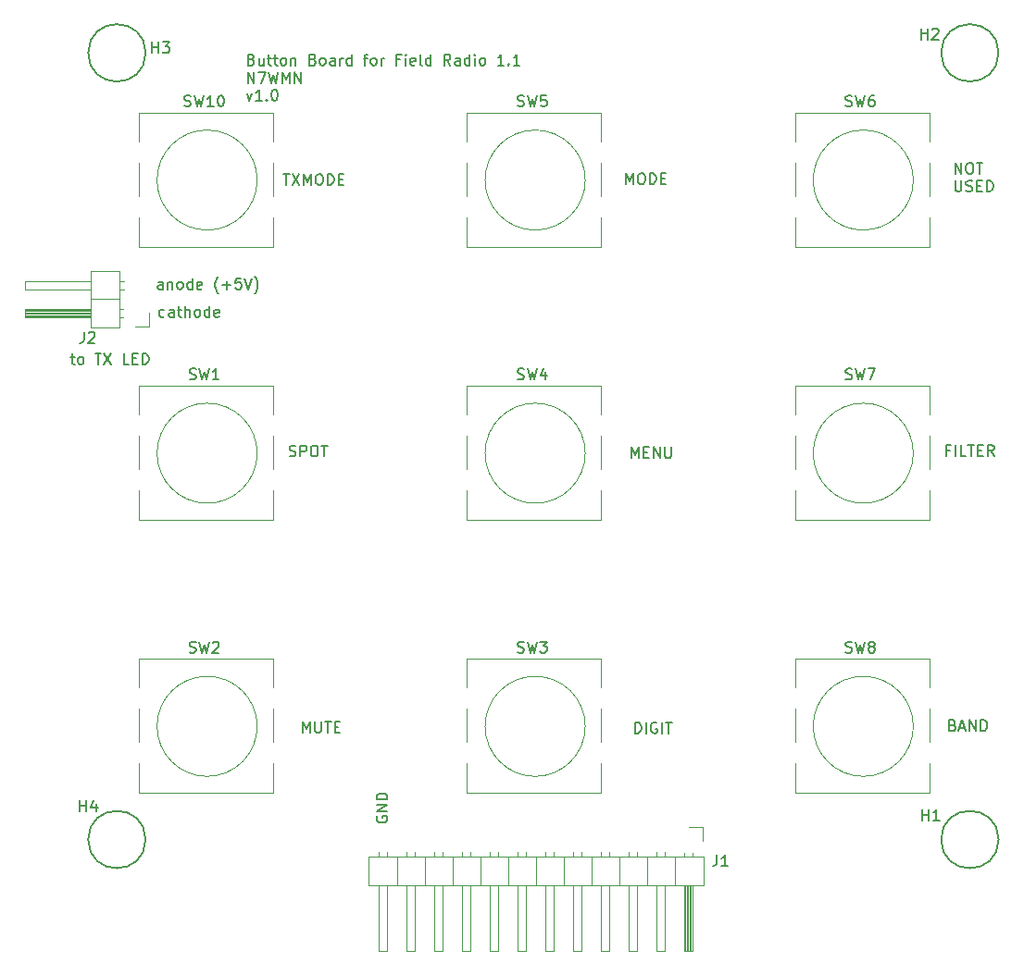
<source format=gto>
G04 #@! TF.GenerationSoftware,KiCad,Pcbnew,7.0.10*
G04 #@! TF.CreationDate,2025-01-18T09:13:02-08:00*
G04 #@! TF.ProjectId,buttonBoard,62757474-6f6e-4426-9f61-72642e6b6963,rev?*
G04 #@! TF.SameCoordinates,Original*
G04 #@! TF.FileFunction,Legend,Top*
G04 #@! TF.FilePolarity,Positive*
%FSLAX46Y46*%
G04 Gerber Fmt 4.6, Leading zero omitted, Abs format (unit mm)*
G04 Created by KiCad (PCBNEW 7.0.10) date 2025-01-18 09:13:02*
%MOMM*%
%LPD*%
G01*
G04 APERTURE LIST*
%ADD10C,0.150000*%
%ADD11C,0.120000*%
%ADD12C,3.200000*%
%ADD13O,3.048000X1.850000*%
%ADD14R,1.700000X1.700000*%
%ADD15O,1.700000X1.700000*%
G04 APERTURE END LIST*
D10*
X123625000Y-116000000D02*
G75*
G03*
X118375000Y-116000000I-2625000J0D01*
G01*
X118375000Y-116000000D02*
G75*
G03*
X123625000Y-116000000I2625000J0D01*
G01*
X201625000Y-116000000D02*
G75*
G03*
X196375000Y-116000000I-2625000J0D01*
G01*
X196375000Y-116000000D02*
G75*
G03*
X201625000Y-116000000I2625000J0D01*
G01*
X123625000Y-44000000D02*
G75*
G03*
X118375000Y-44000000I-2625000J0D01*
G01*
X118375000Y-44000000D02*
G75*
G03*
X123625000Y-44000000I2625000J0D01*
G01*
X201625000Y-44000000D02*
G75*
G03*
X196375000Y-44000000I-2625000J0D01*
G01*
X196375000Y-44000000D02*
G75*
G03*
X201625000Y-44000000I2625000J0D01*
G01*
X133310112Y-44616009D02*
X133452969Y-44663628D01*
X133452969Y-44663628D02*
X133500588Y-44711247D01*
X133500588Y-44711247D02*
X133548207Y-44806485D01*
X133548207Y-44806485D02*
X133548207Y-44949342D01*
X133548207Y-44949342D02*
X133500588Y-45044580D01*
X133500588Y-45044580D02*
X133452969Y-45092200D01*
X133452969Y-45092200D02*
X133357731Y-45139819D01*
X133357731Y-45139819D02*
X132976779Y-45139819D01*
X132976779Y-45139819D02*
X132976779Y-44139819D01*
X132976779Y-44139819D02*
X133310112Y-44139819D01*
X133310112Y-44139819D02*
X133405350Y-44187438D01*
X133405350Y-44187438D02*
X133452969Y-44235057D01*
X133452969Y-44235057D02*
X133500588Y-44330295D01*
X133500588Y-44330295D02*
X133500588Y-44425533D01*
X133500588Y-44425533D02*
X133452969Y-44520771D01*
X133452969Y-44520771D02*
X133405350Y-44568390D01*
X133405350Y-44568390D02*
X133310112Y-44616009D01*
X133310112Y-44616009D02*
X132976779Y-44616009D01*
X134405350Y-44473152D02*
X134405350Y-45139819D01*
X133976779Y-44473152D02*
X133976779Y-44996961D01*
X133976779Y-44996961D02*
X134024398Y-45092200D01*
X134024398Y-45092200D02*
X134119636Y-45139819D01*
X134119636Y-45139819D02*
X134262493Y-45139819D01*
X134262493Y-45139819D02*
X134357731Y-45092200D01*
X134357731Y-45092200D02*
X134405350Y-45044580D01*
X134738684Y-44473152D02*
X135119636Y-44473152D01*
X134881541Y-44139819D02*
X134881541Y-44996961D01*
X134881541Y-44996961D02*
X134929160Y-45092200D01*
X134929160Y-45092200D02*
X135024398Y-45139819D01*
X135024398Y-45139819D02*
X135119636Y-45139819D01*
X135310113Y-44473152D02*
X135691065Y-44473152D01*
X135452970Y-44139819D02*
X135452970Y-44996961D01*
X135452970Y-44996961D02*
X135500589Y-45092200D01*
X135500589Y-45092200D02*
X135595827Y-45139819D01*
X135595827Y-45139819D02*
X135691065Y-45139819D01*
X136167256Y-45139819D02*
X136072018Y-45092200D01*
X136072018Y-45092200D02*
X136024399Y-45044580D01*
X136024399Y-45044580D02*
X135976780Y-44949342D01*
X135976780Y-44949342D02*
X135976780Y-44663628D01*
X135976780Y-44663628D02*
X136024399Y-44568390D01*
X136024399Y-44568390D02*
X136072018Y-44520771D01*
X136072018Y-44520771D02*
X136167256Y-44473152D01*
X136167256Y-44473152D02*
X136310113Y-44473152D01*
X136310113Y-44473152D02*
X136405351Y-44520771D01*
X136405351Y-44520771D02*
X136452970Y-44568390D01*
X136452970Y-44568390D02*
X136500589Y-44663628D01*
X136500589Y-44663628D02*
X136500589Y-44949342D01*
X136500589Y-44949342D02*
X136452970Y-45044580D01*
X136452970Y-45044580D02*
X136405351Y-45092200D01*
X136405351Y-45092200D02*
X136310113Y-45139819D01*
X136310113Y-45139819D02*
X136167256Y-45139819D01*
X136929161Y-44473152D02*
X136929161Y-45139819D01*
X136929161Y-44568390D02*
X136976780Y-44520771D01*
X136976780Y-44520771D02*
X137072018Y-44473152D01*
X137072018Y-44473152D02*
X137214875Y-44473152D01*
X137214875Y-44473152D02*
X137310113Y-44520771D01*
X137310113Y-44520771D02*
X137357732Y-44616009D01*
X137357732Y-44616009D02*
X137357732Y-45139819D01*
X138929161Y-44616009D02*
X139072018Y-44663628D01*
X139072018Y-44663628D02*
X139119637Y-44711247D01*
X139119637Y-44711247D02*
X139167256Y-44806485D01*
X139167256Y-44806485D02*
X139167256Y-44949342D01*
X139167256Y-44949342D02*
X139119637Y-45044580D01*
X139119637Y-45044580D02*
X139072018Y-45092200D01*
X139072018Y-45092200D02*
X138976780Y-45139819D01*
X138976780Y-45139819D02*
X138595828Y-45139819D01*
X138595828Y-45139819D02*
X138595828Y-44139819D01*
X138595828Y-44139819D02*
X138929161Y-44139819D01*
X138929161Y-44139819D02*
X139024399Y-44187438D01*
X139024399Y-44187438D02*
X139072018Y-44235057D01*
X139072018Y-44235057D02*
X139119637Y-44330295D01*
X139119637Y-44330295D02*
X139119637Y-44425533D01*
X139119637Y-44425533D02*
X139072018Y-44520771D01*
X139072018Y-44520771D02*
X139024399Y-44568390D01*
X139024399Y-44568390D02*
X138929161Y-44616009D01*
X138929161Y-44616009D02*
X138595828Y-44616009D01*
X139738685Y-45139819D02*
X139643447Y-45092200D01*
X139643447Y-45092200D02*
X139595828Y-45044580D01*
X139595828Y-45044580D02*
X139548209Y-44949342D01*
X139548209Y-44949342D02*
X139548209Y-44663628D01*
X139548209Y-44663628D02*
X139595828Y-44568390D01*
X139595828Y-44568390D02*
X139643447Y-44520771D01*
X139643447Y-44520771D02*
X139738685Y-44473152D01*
X139738685Y-44473152D02*
X139881542Y-44473152D01*
X139881542Y-44473152D02*
X139976780Y-44520771D01*
X139976780Y-44520771D02*
X140024399Y-44568390D01*
X140024399Y-44568390D02*
X140072018Y-44663628D01*
X140072018Y-44663628D02*
X140072018Y-44949342D01*
X140072018Y-44949342D02*
X140024399Y-45044580D01*
X140024399Y-45044580D02*
X139976780Y-45092200D01*
X139976780Y-45092200D02*
X139881542Y-45139819D01*
X139881542Y-45139819D02*
X139738685Y-45139819D01*
X140929161Y-45139819D02*
X140929161Y-44616009D01*
X140929161Y-44616009D02*
X140881542Y-44520771D01*
X140881542Y-44520771D02*
X140786304Y-44473152D01*
X140786304Y-44473152D02*
X140595828Y-44473152D01*
X140595828Y-44473152D02*
X140500590Y-44520771D01*
X140929161Y-45092200D02*
X140833923Y-45139819D01*
X140833923Y-45139819D02*
X140595828Y-45139819D01*
X140595828Y-45139819D02*
X140500590Y-45092200D01*
X140500590Y-45092200D02*
X140452971Y-44996961D01*
X140452971Y-44996961D02*
X140452971Y-44901723D01*
X140452971Y-44901723D02*
X140500590Y-44806485D01*
X140500590Y-44806485D02*
X140595828Y-44758866D01*
X140595828Y-44758866D02*
X140833923Y-44758866D01*
X140833923Y-44758866D02*
X140929161Y-44711247D01*
X141405352Y-45139819D02*
X141405352Y-44473152D01*
X141405352Y-44663628D02*
X141452971Y-44568390D01*
X141452971Y-44568390D02*
X141500590Y-44520771D01*
X141500590Y-44520771D02*
X141595828Y-44473152D01*
X141595828Y-44473152D02*
X141691066Y-44473152D01*
X142452971Y-45139819D02*
X142452971Y-44139819D01*
X142452971Y-45092200D02*
X142357733Y-45139819D01*
X142357733Y-45139819D02*
X142167257Y-45139819D01*
X142167257Y-45139819D02*
X142072019Y-45092200D01*
X142072019Y-45092200D02*
X142024400Y-45044580D01*
X142024400Y-45044580D02*
X141976781Y-44949342D01*
X141976781Y-44949342D02*
X141976781Y-44663628D01*
X141976781Y-44663628D02*
X142024400Y-44568390D01*
X142024400Y-44568390D02*
X142072019Y-44520771D01*
X142072019Y-44520771D02*
X142167257Y-44473152D01*
X142167257Y-44473152D02*
X142357733Y-44473152D01*
X142357733Y-44473152D02*
X142452971Y-44520771D01*
X143548210Y-44473152D02*
X143929162Y-44473152D01*
X143691067Y-45139819D02*
X143691067Y-44282676D01*
X143691067Y-44282676D02*
X143738686Y-44187438D01*
X143738686Y-44187438D02*
X143833924Y-44139819D01*
X143833924Y-44139819D02*
X143929162Y-44139819D01*
X144405353Y-45139819D02*
X144310115Y-45092200D01*
X144310115Y-45092200D02*
X144262496Y-45044580D01*
X144262496Y-45044580D02*
X144214877Y-44949342D01*
X144214877Y-44949342D02*
X144214877Y-44663628D01*
X144214877Y-44663628D02*
X144262496Y-44568390D01*
X144262496Y-44568390D02*
X144310115Y-44520771D01*
X144310115Y-44520771D02*
X144405353Y-44473152D01*
X144405353Y-44473152D02*
X144548210Y-44473152D01*
X144548210Y-44473152D02*
X144643448Y-44520771D01*
X144643448Y-44520771D02*
X144691067Y-44568390D01*
X144691067Y-44568390D02*
X144738686Y-44663628D01*
X144738686Y-44663628D02*
X144738686Y-44949342D01*
X144738686Y-44949342D02*
X144691067Y-45044580D01*
X144691067Y-45044580D02*
X144643448Y-45092200D01*
X144643448Y-45092200D02*
X144548210Y-45139819D01*
X144548210Y-45139819D02*
X144405353Y-45139819D01*
X145167258Y-45139819D02*
X145167258Y-44473152D01*
X145167258Y-44663628D02*
X145214877Y-44568390D01*
X145214877Y-44568390D02*
X145262496Y-44520771D01*
X145262496Y-44520771D02*
X145357734Y-44473152D01*
X145357734Y-44473152D02*
X145452972Y-44473152D01*
X146881544Y-44616009D02*
X146548211Y-44616009D01*
X146548211Y-45139819D02*
X146548211Y-44139819D01*
X146548211Y-44139819D02*
X147024401Y-44139819D01*
X147405354Y-45139819D02*
X147405354Y-44473152D01*
X147405354Y-44139819D02*
X147357735Y-44187438D01*
X147357735Y-44187438D02*
X147405354Y-44235057D01*
X147405354Y-44235057D02*
X147452973Y-44187438D01*
X147452973Y-44187438D02*
X147405354Y-44139819D01*
X147405354Y-44139819D02*
X147405354Y-44235057D01*
X148262496Y-45092200D02*
X148167258Y-45139819D01*
X148167258Y-45139819D02*
X147976782Y-45139819D01*
X147976782Y-45139819D02*
X147881544Y-45092200D01*
X147881544Y-45092200D02*
X147833925Y-44996961D01*
X147833925Y-44996961D02*
X147833925Y-44616009D01*
X147833925Y-44616009D02*
X147881544Y-44520771D01*
X147881544Y-44520771D02*
X147976782Y-44473152D01*
X147976782Y-44473152D02*
X148167258Y-44473152D01*
X148167258Y-44473152D02*
X148262496Y-44520771D01*
X148262496Y-44520771D02*
X148310115Y-44616009D01*
X148310115Y-44616009D02*
X148310115Y-44711247D01*
X148310115Y-44711247D02*
X147833925Y-44806485D01*
X148881544Y-45139819D02*
X148786306Y-45092200D01*
X148786306Y-45092200D02*
X148738687Y-44996961D01*
X148738687Y-44996961D02*
X148738687Y-44139819D01*
X149691068Y-45139819D02*
X149691068Y-44139819D01*
X149691068Y-45092200D02*
X149595830Y-45139819D01*
X149595830Y-45139819D02*
X149405354Y-45139819D01*
X149405354Y-45139819D02*
X149310116Y-45092200D01*
X149310116Y-45092200D02*
X149262497Y-45044580D01*
X149262497Y-45044580D02*
X149214878Y-44949342D01*
X149214878Y-44949342D02*
X149214878Y-44663628D01*
X149214878Y-44663628D02*
X149262497Y-44568390D01*
X149262497Y-44568390D02*
X149310116Y-44520771D01*
X149310116Y-44520771D02*
X149405354Y-44473152D01*
X149405354Y-44473152D02*
X149595830Y-44473152D01*
X149595830Y-44473152D02*
X149691068Y-44520771D01*
X151500592Y-45139819D02*
X151167259Y-44663628D01*
X150929164Y-45139819D02*
X150929164Y-44139819D01*
X150929164Y-44139819D02*
X151310116Y-44139819D01*
X151310116Y-44139819D02*
X151405354Y-44187438D01*
X151405354Y-44187438D02*
X151452973Y-44235057D01*
X151452973Y-44235057D02*
X151500592Y-44330295D01*
X151500592Y-44330295D02*
X151500592Y-44473152D01*
X151500592Y-44473152D02*
X151452973Y-44568390D01*
X151452973Y-44568390D02*
X151405354Y-44616009D01*
X151405354Y-44616009D02*
X151310116Y-44663628D01*
X151310116Y-44663628D02*
X150929164Y-44663628D01*
X152357735Y-45139819D02*
X152357735Y-44616009D01*
X152357735Y-44616009D02*
X152310116Y-44520771D01*
X152310116Y-44520771D02*
X152214878Y-44473152D01*
X152214878Y-44473152D02*
X152024402Y-44473152D01*
X152024402Y-44473152D02*
X151929164Y-44520771D01*
X152357735Y-45092200D02*
X152262497Y-45139819D01*
X152262497Y-45139819D02*
X152024402Y-45139819D01*
X152024402Y-45139819D02*
X151929164Y-45092200D01*
X151929164Y-45092200D02*
X151881545Y-44996961D01*
X151881545Y-44996961D02*
X151881545Y-44901723D01*
X151881545Y-44901723D02*
X151929164Y-44806485D01*
X151929164Y-44806485D02*
X152024402Y-44758866D01*
X152024402Y-44758866D02*
X152262497Y-44758866D01*
X152262497Y-44758866D02*
X152357735Y-44711247D01*
X153262497Y-45139819D02*
X153262497Y-44139819D01*
X153262497Y-45092200D02*
X153167259Y-45139819D01*
X153167259Y-45139819D02*
X152976783Y-45139819D01*
X152976783Y-45139819D02*
X152881545Y-45092200D01*
X152881545Y-45092200D02*
X152833926Y-45044580D01*
X152833926Y-45044580D02*
X152786307Y-44949342D01*
X152786307Y-44949342D02*
X152786307Y-44663628D01*
X152786307Y-44663628D02*
X152833926Y-44568390D01*
X152833926Y-44568390D02*
X152881545Y-44520771D01*
X152881545Y-44520771D02*
X152976783Y-44473152D01*
X152976783Y-44473152D02*
X153167259Y-44473152D01*
X153167259Y-44473152D02*
X153262497Y-44520771D01*
X153738688Y-45139819D02*
X153738688Y-44473152D01*
X153738688Y-44139819D02*
X153691069Y-44187438D01*
X153691069Y-44187438D02*
X153738688Y-44235057D01*
X153738688Y-44235057D02*
X153786307Y-44187438D01*
X153786307Y-44187438D02*
X153738688Y-44139819D01*
X153738688Y-44139819D02*
X153738688Y-44235057D01*
X154357735Y-45139819D02*
X154262497Y-45092200D01*
X154262497Y-45092200D02*
X154214878Y-45044580D01*
X154214878Y-45044580D02*
X154167259Y-44949342D01*
X154167259Y-44949342D02*
X154167259Y-44663628D01*
X154167259Y-44663628D02*
X154214878Y-44568390D01*
X154214878Y-44568390D02*
X154262497Y-44520771D01*
X154262497Y-44520771D02*
X154357735Y-44473152D01*
X154357735Y-44473152D02*
X154500592Y-44473152D01*
X154500592Y-44473152D02*
X154595830Y-44520771D01*
X154595830Y-44520771D02*
X154643449Y-44568390D01*
X154643449Y-44568390D02*
X154691068Y-44663628D01*
X154691068Y-44663628D02*
X154691068Y-44949342D01*
X154691068Y-44949342D02*
X154643449Y-45044580D01*
X154643449Y-45044580D02*
X154595830Y-45092200D01*
X154595830Y-45092200D02*
X154500592Y-45139819D01*
X154500592Y-45139819D02*
X154357735Y-45139819D01*
X156405354Y-45139819D02*
X155833926Y-45139819D01*
X156119640Y-45139819D02*
X156119640Y-44139819D01*
X156119640Y-44139819D02*
X156024402Y-44282676D01*
X156024402Y-44282676D02*
X155929164Y-44377914D01*
X155929164Y-44377914D02*
X155833926Y-44425533D01*
X156833926Y-45044580D02*
X156881545Y-45092200D01*
X156881545Y-45092200D02*
X156833926Y-45139819D01*
X156833926Y-45139819D02*
X156786307Y-45092200D01*
X156786307Y-45092200D02*
X156833926Y-45044580D01*
X156833926Y-45044580D02*
X156833926Y-45139819D01*
X157833925Y-45139819D02*
X157262497Y-45139819D01*
X157548211Y-45139819D02*
X157548211Y-44139819D01*
X157548211Y-44139819D02*
X157452973Y-44282676D01*
X157452973Y-44282676D02*
X157357735Y-44377914D01*
X157357735Y-44377914D02*
X157262497Y-44425533D01*
X132976779Y-46749819D02*
X132976779Y-45749819D01*
X132976779Y-45749819D02*
X133548207Y-46749819D01*
X133548207Y-46749819D02*
X133548207Y-45749819D01*
X133929160Y-45749819D02*
X134595826Y-45749819D01*
X134595826Y-45749819D02*
X134167255Y-46749819D01*
X134881541Y-45749819D02*
X135119636Y-46749819D01*
X135119636Y-46749819D02*
X135310112Y-46035533D01*
X135310112Y-46035533D02*
X135500588Y-46749819D01*
X135500588Y-46749819D02*
X135738684Y-45749819D01*
X136119636Y-46749819D02*
X136119636Y-45749819D01*
X136119636Y-45749819D02*
X136452969Y-46464104D01*
X136452969Y-46464104D02*
X136786302Y-45749819D01*
X136786302Y-45749819D02*
X136786302Y-46749819D01*
X137262493Y-46749819D02*
X137262493Y-45749819D01*
X137262493Y-45749819D02*
X137833921Y-46749819D01*
X137833921Y-46749819D02*
X137833921Y-45749819D01*
X132881541Y-47693152D02*
X133119636Y-48359819D01*
X133119636Y-48359819D02*
X133357731Y-47693152D01*
X134262493Y-48359819D02*
X133691065Y-48359819D01*
X133976779Y-48359819D02*
X133976779Y-47359819D01*
X133976779Y-47359819D02*
X133881541Y-47502676D01*
X133881541Y-47502676D02*
X133786303Y-47597914D01*
X133786303Y-47597914D02*
X133691065Y-47645533D01*
X134691065Y-48264580D02*
X134738684Y-48312200D01*
X134738684Y-48312200D02*
X134691065Y-48359819D01*
X134691065Y-48359819D02*
X134643446Y-48312200D01*
X134643446Y-48312200D02*
X134691065Y-48264580D01*
X134691065Y-48264580D02*
X134691065Y-48359819D01*
X135357731Y-47359819D02*
X135452969Y-47359819D01*
X135452969Y-47359819D02*
X135548207Y-47407438D01*
X135548207Y-47407438D02*
X135595826Y-47455057D01*
X135595826Y-47455057D02*
X135643445Y-47550295D01*
X135643445Y-47550295D02*
X135691064Y-47740771D01*
X135691064Y-47740771D02*
X135691064Y-47978866D01*
X135691064Y-47978866D02*
X135643445Y-48169342D01*
X135643445Y-48169342D02*
X135595826Y-48264580D01*
X135595826Y-48264580D02*
X135548207Y-48312200D01*
X135548207Y-48312200D02*
X135452969Y-48359819D01*
X135452969Y-48359819D02*
X135357731Y-48359819D01*
X135357731Y-48359819D02*
X135262493Y-48312200D01*
X135262493Y-48312200D02*
X135214874Y-48264580D01*
X135214874Y-48264580D02*
X135167255Y-48169342D01*
X135167255Y-48169342D02*
X135119636Y-47978866D01*
X135119636Y-47978866D02*
X135119636Y-47740771D01*
X135119636Y-47740771D02*
X135167255Y-47550295D01*
X135167255Y-47550295D02*
X135214874Y-47455057D01*
X135214874Y-47455057D02*
X135262493Y-47407438D01*
X135262493Y-47407438D02*
X135357731Y-47359819D01*
X167536779Y-56019819D02*
X167536779Y-55019819D01*
X167536779Y-55019819D02*
X167870112Y-55734104D01*
X167870112Y-55734104D02*
X168203445Y-55019819D01*
X168203445Y-55019819D02*
X168203445Y-56019819D01*
X168870112Y-55019819D02*
X169060588Y-55019819D01*
X169060588Y-55019819D02*
X169155826Y-55067438D01*
X169155826Y-55067438D02*
X169251064Y-55162676D01*
X169251064Y-55162676D02*
X169298683Y-55353152D01*
X169298683Y-55353152D02*
X169298683Y-55686485D01*
X169298683Y-55686485D02*
X169251064Y-55876961D01*
X169251064Y-55876961D02*
X169155826Y-55972200D01*
X169155826Y-55972200D02*
X169060588Y-56019819D01*
X169060588Y-56019819D02*
X168870112Y-56019819D01*
X168870112Y-56019819D02*
X168774874Y-55972200D01*
X168774874Y-55972200D02*
X168679636Y-55876961D01*
X168679636Y-55876961D02*
X168632017Y-55686485D01*
X168632017Y-55686485D02*
X168632017Y-55353152D01*
X168632017Y-55353152D02*
X168679636Y-55162676D01*
X168679636Y-55162676D02*
X168774874Y-55067438D01*
X168774874Y-55067438D02*
X168870112Y-55019819D01*
X169727255Y-56019819D02*
X169727255Y-55019819D01*
X169727255Y-55019819D02*
X169965350Y-55019819D01*
X169965350Y-55019819D02*
X170108207Y-55067438D01*
X170108207Y-55067438D02*
X170203445Y-55162676D01*
X170203445Y-55162676D02*
X170251064Y-55257914D01*
X170251064Y-55257914D02*
X170298683Y-55448390D01*
X170298683Y-55448390D02*
X170298683Y-55591247D01*
X170298683Y-55591247D02*
X170251064Y-55781723D01*
X170251064Y-55781723D02*
X170203445Y-55876961D01*
X170203445Y-55876961D02*
X170108207Y-55972200D01*
X170108207Y-55972200D02*
X169965350Y-56019819D01*
X169965350Y-56019819D02*
X169727255Y-56019819D01*
X170727255Y-55496009D02*
X171060588Y-55496009D01*
X171203445Y-56019819D02*
X170727255Y-56019819D01*
X170727255Y-56019819D02*
X170727255Y-55019819D01*
X170727255Y-55019819D02*
X171203445Y-55019819D01*
X168376779Y-106269819D02*
X168376779Y-105269819D01*
X168376779Y-105269819D02*
X168614874Y-105269819D01*
X168614874Y-105269819D02*
X168757731Y-105317438D01*
X168757731Y-105317438D02*
X168852969Y-105412676D01*
X168852969Y-105412676D02*
X168900588Y-105507914D01*
X168900588Y-105507914D02*
X168948207Y-105698390D01*
X168948207Y-105698390D02*
X168948207Y-105841247D01*
X168948207Y-105841247D02*
X168900588Y-106031723D01*
X168900588Y-106031723D02*
X168852969Y-106126961D01*
X168852969Y-106126961D02*
X168757731Y-106222200D01*
X168757731Y-106222200D02*
X168614874Y-106269819D01*
X168614874Y-106269819D02*
X168376779Y-106269819D01*
X169376779Y-106269819D02*
X169376779Y-105269819D01*
X170376778Y-105317438D02*
X170281540Y-105269819D01*
X170281540Y-105269819D02*
X170138683Y-105269819D01*
X170138683Y-105269819D02*
X169995826Y-105317438D01*
X169995826Y-105317438D02*
X169900588Y-105412676D01*
X169900588Y-105412676D02*
X169852969Y-105507914D01*
X169852969Y-105507914D02*
X169805350Y-105698390D01*
X169805350Y-105698390D02*
X169805350Y-105841247D01*
X169805350Y-105841247D02*
X169852969Y-106031723D01*
X169852969Y-106031723D02*
X169900588Y-106126961D01*
X169900588Y-106126961D02*
X169995826Y-106222200D01*
X169995826Y-106222200D02*
X170138683Y-106269819D01*
X170138683Y-106269819D02*
X170233921Y-106269819D01*
X170233921Y-106269819D02*
X170376778Y-106222200D01*
X170376778Y-106222200D02*
X170424397Y-106174580D01*
X170424397Y-106174580D02*
X170424397Y-105841247D01*
X170424397Y-105841247D02*
X170233921Y-105841247D01*
X170852969Y-106269819D02*
X170852969Y-105269819D01*
X171186302Y-105269819D02*
X171757730Y-105269819D01*
X171472016Y-106269819D02*
X171472016Y-105269819D01*
X197656779Y-55079819D02*
X197656779Y-54079819D01*
X197656779Y-54079819D02*
X198228207Y-55079819D01*
X198228207Y-55079819D02*
X198228207Y-54079819D01*
X198894874Y-54079819D02*
X199085350Y-54079819D01*
X199085350Y-54079819D02*
X199180588Y-54127438D01*
X199180588Y-54127438D02*
X199275826Y-54222676D01*
X199275826Y-54222676D02*
X199323445Y-54413152D01*
X199323445Y-54413152D02*
X199323445Y-54746485D01*
X199323445Y-54746485D02*
X199275826Y-54936961D01*
X199275826Y-54936961D02*
X199180588Y-55032200D01*
X199180588Y-55032200D02*
X199085350Y-55079819D01*
X199085350Y-55079819D02*
X198894874Y-55079819D01*
X198894874Y-55079819D02*
X198799636Y-55032200D01*
X198799636Y-55032200D02*
X198704398Y-54936961D01*
X198704398Y-54936961D02*
X198656779Y-54746485D01*
X198656779Y-54746485D02*
X198656779Y-54413152D01*
X198656779Y-54413152D02*
X198704398Y-54222676D01*
X198704398Y-54222676D02*
X198799636Y-54127438D01*
X198799636Y-54127438D02*
X198894874Y-54079819D01*
X199609160Y-54079819D02*
X200180588Y-54079819D01*
X199894874Y-55079819D02*
X199894874Y-54079819D01*
X197656779Y-55689819D02*
X197656779Y-56499342D01*
X197656779Y-56499342D02*
X197704398Y-56594580D01*
X197704398Y-56594580D02*
X197752017Y-56642200D01*
X197752017Y-56642200D02*
X197847255Y-56689819D01*
X197847255Y-56689819D02*
X198037731Y-56689819D01*
X198037731Y-56689819D02*
X198132969Y-56642200D01*
X198132969Y-56642200D02*
X198180588Y-56594580D01*
X198180588Y-56594580D02*
X198228207Y-56499342D01*
X198228207Y-56499342D02*
X198228207Y-55689819D01*
X198656779Y-56642200D02*
X198799636Y-56689819D01*
X198799636Y-56689819D02*
X199037731Y-56689819D01*
X199037731Y-56689819D02*
X199132969Y-56642200D01*
X199132969Y-56642200D02*
X199180588Y-56594580D01*
X199180588Y-56594580D02*
X199228207Y-56499342D01*
X199228207Y-56499342D02*
X199228207Y-56404104D01*
X199228207Y-56404104D02*
X199180588Y-56308866D01*
X199180588Y-56308866D02*
X199132969Y-56261247D01*
X199132969Y-56261247D02*
X199037731Y-56213628D01*
X199037731Y-56213628D02*
X198847255Y-56166009D01*
X198847255Y-56166009D02*
X198752017Y-56118390D01*
X198752017Y-56118390D02*
X198704398Y-56070771D01*
X198704398Y-56070771D02*
X198656779Y-55975533D01*
X198656779Y-55975533D02*
X198656779Y-55880295D01*
X198656779Y-55880295D02*
X198704398Y-55785057D01*
X198704398Y-55785057D02*
X198752017Y-55737438D01*
X198752017Y-55737438D02*
X198847255Y-55689819D01*
X198847255Y-55689819D02*
X199085350Y-55689819D01*
X199085350Y-55689819D02*
X199228207Y-55737438D01*
X199656779Y-56166009D02*
X199990112Y-56166009D01*
X200132969Y-56689819D02*
X199656779Y-56689819D01*
X199656779Y-56689819D02*
X199656779Y-55689819D01*
X199656779Y-55689819D02*
X200132969Y-55689819D01*
X200561541Y-56689819D02*
X200561541Y-55689819D01*
X200561541Y-55689819D02*
X200799636Y-55689819D01*
X200799636Y-55689819D02*
X200942493Y-55737438D01*
X200942493Y-55737438D02*
X201037731Y-55832676D01*
X201037731Y-55832676D02*
X201085350Y-55927914D01*
X201085350Y-55927914D02*
X201132969Y-56118390D01*
X201132969Y-56118390D02*
X201132969Y-56261247D01*
X201132969Y-56261247D02*
X201085350Y-56451723D01*
X201085350Y-56451723D02*
X201037731Y-56546961D01*
X201037731Y-56546961D02*
X200942493Y-56642200D01*
X200942493Y-56642200D02*
X200799636Y-56689819D01*
X200799636Y-56689819D02*
X200561541Y-56689819D01*
X144787438Y-113869411D02*
X144739819Y-113964649D01*
X144739819Y-113964649D02*
X144739819Y-114107506D01*
X144739819Y-114107506D02*
X144787438Y-114250363D01*
X144787438Y-114250363D02*
X144882676Y-114345601D01*
X144882676Y-114345601D02*
X144977914Y-114393220D01*
X144977914Y-114393220D02*
X145168390Y-114440839D01*
X145168390Y-114440839D02*
X145311247Y-114440839D01*
X145311247Y-114440839D02*
X145501723Y-114393220D01*
X145501723Y-114393220D02*
X145596961Y-114345601D01*
X145596961Y-114345601D02*
X145692200Y-114250363D01*
X145692200Y-114250363D02*
X145739819Y-114107506D01*
X145739819Y-114107506D02*
X145739819Y-114012268D01*
X145739819Y-114012268D02*
X145692200Y-113869411D01*
X145692200Y-113869411D02*
X145644580Y-113821792D01*
X145644580Y-113821792D02*
X145311247Y-113821792D01*
X145311247Y-113821792D02*
X145311247Y-114012268D01*
X145739819Y-113393220D02*
X144739819Y-113393220D01*
X144739819Y-113393220D02*
X145739819Y-112821792D01*
X145739819Y-112821792D02*
X144739819Y-112821792D01*
X145739819Y-112345601D02*
X144739819Y-112345601D01*
X144739819Y-112345601D02*
X144739819Y-112107506D01*
X144739819Y-112107506D02*
X144787438Y-111964649D01*
X144787438Y-111964649D02*
X144882676Y-111869411D01*
X144882676Y-111869411D02*
X144977914Y-111821792D01*
X144977914Y-111821792D02*
X145168390Y-111774173D01*
X145168390Y-111774173D02*
X145311247Y-111774173D01*
X145311247Y-111774173D02*
X145501723Y-111821792D01*
X145501723Y-111821792D02*
X145596961Y-111869411D01*
X145596961Y-111869411D02*
X145692200Y-111964649D01*
X145692200Y-111964649D02*
X145739819Y-112107506D01*
X145739819Y-112107506D02*
X145739819Y-112345601D01*
X116763922Y-71823152D02*
X117144874Y-71823152D01*
X116906779Y-71489819D02*
X116906779Y-72346961D01*
X116906779Y-72346961D02*
X116954398Y-72442200D01*
X116954398Y-72442200D02*
X117049636Y-72489819D01*
X117049636Y-72489819D02*
X117144874Y-72489819D01*
X117621065Y-72489819D02*
X117525827Y-72442200D01*
X117525827Y-72442200D02*
X117478208Y-72394580D01*
X117478208Y-72394580D02*
X117430589Y-72299342D01*
X117430589Y-72299342D02*
X117430589Y-72013628D01*
X117430589Y-72013628D02*
X117478208Y-71918390D01*
X117478208Y-71918390D02*
X117525827Y-71870771D01*
X117525827Y-71870771D02*
X117621065Y-71823152D01*
X117621065Y-71823152D02*
X117763922Y-71823152D01*
X117763922Y-71823152D02*
X117859160Y-71870771D01*
X117859160Y-71870771D02*
X117906779Y-71918390D01*
X117906779Y-71918390D02*
X117954398Y-72013628D01*
X117954398Y-72013628D02*
X117954398Y-72299342D01*
X117954398Y-72299342D02*
X117906779Y-72394580D01*
X117906779Y-72394580D02*
X117859160Y-72442200D01*
X117859160Y-72442200D02*
X117763922Y-72489819D01*
X117763922Y-72489819D02*
X117621065Y-72489819D01*
X119002018Y-71489819D02*
X119573446Y-71489819D01*
X119287732Y-72489819D02*
X119287732Y-71489819D01*
X119811542Y-71489819D02*
X120478208Y-72489819D01*
X120478208Y-71489819D02*
X119811542Y-72489819D01*
X122097256Y-72489819D02*
X121621066Y-72489819D01*
X121621066Y-72489819D02*
X121621066Y-71489819D01*
X122430590Y-71966009D02*
X122763923Y-71966009D01*
X122906780Y-72489819D02*
X122430590Y-72489819D01*
X122430590Y-72489819D02*
X122430590Y-71489819D01*
X122430590Y-71489819D02*
X122906780Y-71489819D01*
X123335352Y-72489819D02*
X123335352Y-71489819D01*
X123335352Y-71489819D02*
X123573447Y-71489819D01*
X123573447Y-71489819D02*
X123716304Y-71537438D01*
X123716304Y-71537438D02*
X123811542Y-71632676D01*
X123811542Y-71632676D02*
X123859161Y-71727914D01*
X123859161Y-71727914D02*
X123906780Y-71918390D01*
X123906780Y-71918390D02*
X123906780Y-72061247D01*
X123906780Y-72061247D02*
X123859161Y-72251723D01*
X123859161Y-72251723D02*
X123811542Y-72346961D01*
X123811542Y-72346961D02*
X123716304Y-72442200D01*
X123716304Y-72442200D02*
X123573447Y-72489819D01*
X123573447Y-72489819D02*
X123335352Y-72489819D01*
X197430112Y-105536009D02*
X197572969Y-105583628D01*
X197572969Y-105583628D02*
X197620588Y-105631247D01*
X197620588Y-105631247D02*
X197668207Y-105726485D01*
X197668207Y-105726485D02*
X197668207Y-105869342D01*
X197668207Y-105869342D02*
X197620588Y-105964580D01*
X197620588Y-105964580D02*
X197572969Y-106012200D01*
X197572969Y-106012200D02*
X197477731Y-106059819D01*
X197477731Y-106059819D02*
X197096779Y-106059819D01*
X197096779Y-106059819D02*
X197096779Y-105059819D01*
X197096779Y-105059819D02*
X197430112Y-105059819D01*
X197430112Y-105059819D02*
X197525350Y-105107438D01*
X197525350Y-105107438D02*
X197572969Y-105155057D01*
X197572969Y-105155057D02*
X197620588Y-105250295D01*
X197620588Y-105250295D02*
X197620588Y-105345533D01*
X197620588Y-105345533D02*
X197572969Y-105440771D01*
X197572969Y-105440771D02*
X197525350Y-105488390D01*
X197525350Y-105488390D02*
X197430112Y-105536009D01*
X197430112Y-105536009D02*
X197096779Y-105536009D01*
X198049160Y-105774104D02*
X198525350Y-105774104D01*
X197953922Y-106059819D02*
X198287255Y-105059819D01*
X198287255Y-105059819D02*
X198620588Y-106059819D01*
X198953922Y-106059819D02*
X198953922Y-105059819D01*
X198953922Y-105059819D02*
X199525350Y-106059819D01*
X199525350Y-106059819D02*
X199525350Y-105059819D01*
X200001541Y-106059819D02*
X200001541Y-105059819D01*
X200001541Y-105059819D02*
X200239636Y-105059819D01*
X200239636Y-105059819D02*
X200382493Y-105107438D01*
X200382493Y-105107438D02*
X200477731Y-105202676D01*
X200477731Y-105202676D02*
X200525350Y-105297914D01*
X200525350Y-105297914D02*
X200572969Y-105488390D01*
X200572969Y-105488390D02*
X200572969Y-105631247D01*
X200572969Y-105631247D02*
X200525350Y-105821723D01*
X200525350Y-105821723D02*
X200477731Y-105916961D01*
X200477731Y-105916961D02*
X200382493Y-106012200D01*
X200382493Y-106012200D02*
X200239636Y-106059819D01*
X200239636Y-106059819D02*
X200001541Y-106059819D01*
X136213922Y-55089819D02*
X136785350Y-55089819D01*
X136499636Y-56089819D02*
X136499636Y-55089819D01*
X137023446Y-55089819D02*
X137690112Y-56089819D01*
X137690112Y-55089819D02*
X137023446Y-56089819D01*
X138071065Y-56089819D02*
X138071065Y-55089819D01*
X138071065Y-55089819D02*
X138404398Y-55804104D01*
X138404398Y-55804104D02*
X138737731Y-55089819D01*
X138737731Y-55089819D02*
X138737731Y-56089819D01*
X139404398Y-55089819D02*
X139594874Y-55089819D01*
X139594874Y-55089819D02*
X139690112Y-55137438D01*
X139690112Y-55137438D02*
X139785350Y-55232676D01*
X139785350Y-55232676D02*
X139832969Y-55423152D01*
X139832969Y-55423152D02*
X139832969Y-55756485D01*
X139832969Y-55756485D02*
X139785350Y-55946961D01*
X139785350Y-55946961D02*
X139690112Y-56042200D01*
X139690112Y-56042200D02*
X139594874Y-56089819D01*
X139594874Y-56089819D02*
X139404398Y-56089819D01*
X139404398Y-56089819D02*
X139309160Y-56042200D01*
X139309160Y-56042200D02*
X139213922Y-55946961D01*
X139213922Y-55946961D02*
X139166303Y-55756485D01*
X139166303Y-55756485D02*
X139166303Y-55423152D01*
X139166303Y-55423152D02*
X139213922Y-55232676D01*
X139213922Y-55232676D02*
X139309160Y-55137438D01*
X139309160Y-55137438D02*
X139404398Y-55089819D01*
X140261541Y-56089819D02*
X140261541Y-55089819D01*
X140261541Y-55089819D02*
X140499636Y-55089819D01*
X140499636Y-55089819D02*
X140642493Y-55137438D01*
X140642493Y-55137438D02*
X140737731Y-55232676D01*
X140737731Y-55232676D02*
X140785350Y-55327914D01*
X140785350Y-55327914D02*
X140832969Y-55518390D01*
X140832969Y-55518390D02*
X140832969Y-55661247D01*
X140832969Y-55661247D02*
X140785350Y-55851723D01*
X140785350Y-55851723D02*
X140737731Y-55946961D01*
X140737731Y-55946961D02*
X140642493Y-56042200D01*
X140642493Y-56042200D02*
X140499636Y-56089819D01*
X140499636Y-56089819D02*
X140261541Y-56089819D01*
X141261541Y-55566009D02*
X141594874Y-55566009D01*
X141737731Y-56089819D02*
X141261541Y-56089819D01*
X141261541Y-56089819D02*
X141261541Y-55089819D01*
X141261541Y-55089819D02*
X141737731Y-55089819D01*
X136769160Y-80892200D02*
X136912017Y-80939819D01*
X136912017Y-80939819D02*
X137150112Y-80939819D01*
X137150112Y-80939819D02*
X137245350Y-80892200D01*
X137245350Y-80892200D02*
X137292969Y-80844580D01*
X137292969Y-80844580D02*
X137340588Y-80749342D01*
X137340588Y-80749342D02*
X137340588Y-80654104D01*
X137340588Y-80654104D02*
X137292969Y-80558866D01*
X137292969Y-80558866D02*
X137245350Y-80511247D01*
X137245350Y-80511247D02*
X137150112Y-80463628D01*
X137150112Y-80463628D02*
X136959636Y-80416009D01*
X136959636Y-80416009D02*
X136864398Y-80368390D01*
X136864398Y-80368390D02*
X136816779Y-80320771D01*
X136816779Y-80320771D02*
X136769160Y-80225533D01*
X136769160Y-80225533D02*
X136769160Y-80130295D01*
X136769160Y-80130295D02*
X136816779Y-80035057D01*
X136816779Y-80035057D02*
X136864398Y-79987438D01*
X136864398Y-79987438D02*
X136959636Y-79939819D01*
X136959636Y-79939819D02*
X137197731Y-79939819D01*
X137197731Y-79939819D02*
X137340588Y-79987438D01*
X137769160Y-80939819D02*
X137769160Y-79939819D01*
X137769160Y-79939819D02*
X138150112Y-79939819D01*
X138150112Y-79939819D02*
X138245350Y-79987438D01*
X138245350Y-79987438D02*
X138292969Y-80035057D01*
X138292969Y-80035057D02*
X138340588Y-80130295D01*
X138340588Y-80130295D02*
X138340588Y-80273152D01*
X138340588Y-80273152D02*
X138292969Y-80368390D01*
X138292969Y-80368390D02*
X138245350Y-80416009D01*
X138245350Y-80416009D02*
X138150112Y-80463628D01*
X138150112Y-80463628D02*
X137769160Y-80463628D01*
X138959636Y-79939819D02*
X139150112Y-79939819D01*
X139150112Y-79939819D02*
X139245350Y-79987438D01*
X139245350Y-79987438D02*
X139340588Y-80082676D01*
X139340588Y-80082676D02*
X139388207Y-80273152D01*
X139388207Y-80273152D02*
X139388207Y-80606485D01*
X139388207Y-80606485D02*
X139340588Y-80796961D01*
X139340588Y-80796961D02*
X139245350Y-80892200D01*
X139245350Y-80892200D02*
X139150112Y-80939819D01*
X139150112Y-80939819D02*
X138959636Y-80939819D01*
X138959636Y-80939819D02*
X138864398Y-80892200D01*
X138864398Y-80892200D02*
X138769160Y-80796961D01*
X138769160Y-80796961D02*
X138721541Y-80606485D01*
X138721541Y-80606485D02*
X138721541Y-80273152D01*
X138721541Y-80273152D02*
X138769160Y-80082676D01*
X138769160Y-80082676D02*
X138864398Y-79987438D01*
X138864398Y-79987438D02*
X138959636Y-79939819D01*
X139673922Y-79939819D02*
X140245350Y-79939819D01*
X139959636Y-80939819D02*
X139959636Y-79939819D01*
X137966779Y-106199819D02*
X137966779Y-105199819D01*
X137966779Y-105199819D02*
X138300112Y-105914104D01*
X138300112Y-105914104D02*
X138633445Y-105199819D01*
X138633445Y-105199819D02*
X138633445Y-106199819D01*
X139109636Y-105199819D02*
X139109636Y-106009342D01*
X139109636Y-106009342D02*
X139157255Y-106104580D01*
X139157255Y-106104580D02*
X139204874Y-106152200D01*
X139204874Y-106152200D02*
X139300112Y-106199819D01*
X139300112Y-106199819D02*
X139490588Y-106199819D01*
X139490588Y-106199819D02*
X139585826Y-106152200D01*
X139585826Y-106152200D02*
X139633445Y-106104580D01*
X139633445Y-106104580D02*
X139681064Y-106009342D01*
X139681064Y-106009342D02*
X139681064Y-105199819D01*
X140014398Y-105199819D02*
X140585826Y-105199819D01*
X140300112Y-106199819D02*
X140300112Y-105199819D01*
X140919160Y-105676009D02*
X141252493Y-105676009D01*
X141395350Y-106199819D02*
X140919160Y-106199819D01*
X140919160Y-106199819D02*
X140919160Y-105199819D01*
X140919160Y-105199819D02*
X141395350Y-105199819D01*
X168026779Y-81079819D02*
X168026779Y-80079819D01*
X168026779Y-80079819D02*
X168360112Y-80794104D01*
X168360112Y-80794104D02*
X168693445Y-80079819D01*
X168693445Y-80079819D02*
X168693445Y-81079819D01*
X169169636Y-80556009D02*
X169502969Y-80556009D01*
X169645826Y-81079819D02*
X169169636Y-81079819D01*
X169169636Y-81079819D02*
X169169636Y-80079819D01*
X169169636Y-80079819D02*
X169645826Y-80079819D01*
X170074398Y-81079819D02*
X170074398Y-80079819D01*
X170074398Y-80079819D02*
X170645826Y-81079819D01*
X170645826Y-81079819D02*
X170645826Y-80079819D01*
X171122017Y-80079819D02*
X171122017Y-80889342D01*
X171122017Y-80889342D02*
X171169636Y-80984580D01*
X171169636Y-80984580D02*
X171217255Y-81032200D01*
X171217255Y-81032200D02*
X171312493Y-81079819D01*
X171312493Y-81079819D02*
X171502969Y-81079819D01*
X171502969Y-81079819D02*
X171598207Y-81032200D01*
X171598207Y-81032200D02*
X171645826Y-80984580D01*
X171645826Y-80984580D02*
X171693445Y-80889342D01*
X171693445Y-80889342D02*
X171693445Y-80079819D01*
X125175350Y-65629819D02*
X125175350Y-65106009D01*
X125175350Y-65106009D02*
X125127731Y-65010771D01*
X125127731Y-65010771D02*
X125032493Y-64963152D01*
X125032493Y-64963152D02*
X124842017Y-64963152D01*
X124842017Y-64963152D02*
X124746779Y-65010771D01*
X125175350Y-65582200D02*
X125080112Y-65629819D01*
X125080112Y-65629819D02*
X124842017Y-65629819D01*
X124842017Y-65629819D02*
X124746779Y-65582200D01*
X124746779Y-65582200D02*
X124699160Y-65486961D01*
X124699160Y-65486961D02*
X124699160Y-65391723D01*
X124699160Y-65391723D02*
X124746779Y-65296485D01*
X124746779Y-65296485D02*
X124842017Y-65248866D01*
X124842017Y-65248866D02*
X125080112Y-65248866D01*
X125080112Y-65248866D02*
X125175350Y-65201247D01*
X125651541Y-64963152D02*
X125651541Y-65629819D01*
X125651541Y-65058390D02*
X125699160Y-65010771D01*
X125699160Y-65010771D02*
X125794398Y-64963152D01*
X125794398Y-64963152D02*
X125937255Y-64963152D01*
X125937255Y-64963152D02*
X126032493Y-65010771D01*
X126032493Y-65010771D02*
X126080112Y-65106009D01*
X126080112Y-65106009D02*
X126080112Y-65629819D01*
X126699160Y-65629819D02*
X126603922Y-65582200D01*
X126603922Y-65582200D02*
X126556303Y-65534580D01*
X126556303Y-65534580D02*
X126508684Y-65439342D01*
X126508684Y-65439342D02*
X126508684Y-65153628D01*
X126508684Y-65153628D02*
X126556303Y-65058390D01*
X126556303Y-65058390D02*
X126603922Y-65010771D01*
X126603922Y-65010771D02*
X126699160Y-64963152D01*
X126699160Y-64963152D02*
X126842017Y-64963152D01*
X126842017Y-64963152D02*
X126937255Y-65010771D01*
X126937255Y-65010771D02*
X126984874Y-65058390D01*
X126984874Y-65058390D02*
X127032493Y-65153628D01*
X127032493Y-65153628D02*
X127032493Y-65439342D01*
X127032493Y-65439342D02*
X126984874Y-65534580D01*
X126984874Y-65534580D02*
X126937255Y-65582200D01*
X126937255Y-65582200D02*
X126842017Y-65629819D01*
X126842017Y-65629819D02*
X126699160Y-65629819D01*
X127889636Y-65629819D02*
X127889636Y-64629819D01*
X127889636Y-65582200D02*
X127794398Y-65629819D01*
X127794398Y-65629819D02*
X127603922Y-65629819D01*
X127603922Y-65629819D02*
X127508684Y-65582200D01*
X127508684Y-65582200D02*
X127461065Y-65534580D01*
X127461065Y-65534580D02*
X127413446Y-65439342D01*
X127413446Y-65439342D02*
X127413446Y-65153628D01*
X127413446Y-65153628D02*
X127461065Y-65058390D01*
X127461065Y-65058390D02*
X127508684Y-65010771D01*
X127508684Y-65010771D02*
X127603922Y-64963152D01*
X127603922Y-64963152D02*
X127794398Y-64963152D01*
X127794398Y-64963152D02*
X127889636Y-65010771D01*
X128746779Y-65582200D02*
X128651541Y-65629819D01*
X128651541Y-65629819D02*
X128461065Y-65629819D01*
X128461065Y-65629819D02*
X128365827Y-65582200D01*
X128365827Y-65582200D02*
X128318208Y-65486961D01*
X128318208Y-65486961D02*
X128318208Y-65106009D01*
X128318208Y-65106009D02*
X128365827Y-65010771D01*
X128365827Y-65010771D02*
X128461065Y-64963152D01*
X128461065Y-64963152D02*
X128651541Y-64963152D01*
X128651541Y-64963152D02*
X128746779Y-65010771D01*
X128746779Y-65010771D02*
X128794398Y-65106009D01*
X128794398Y-65106009D02*
X128794398Y-65201247D01*
X128794398Y-65201247D02*
X128318208Y-65296485D01*
X130270589Y-66010771D02*
X130222970Y-65963152D01*
X130222970Y-65963152D02*
X130127732Y-65820295D01*
X130127732Y-65820295D02*
X130080113Y-65725057D01*
X130080113Y-65725057D02*
X130032494Y-65582200D01*
X130032494Y-65582200D02*
X129984875Y-65344104D01*
X129984875Y-65344104D02*
X129984875Y-65153628D01*
X129984875Y-65153628D02*
X130032494Y-64915533D01*
X130032494Y-64915533D02*
X130080113Y-64772676D01*
X130080113Y-64772676D02*
X130127732Y-64677438D01*
X130127732Y-64677438D02*
X130222970Y-64534580D01*
X130222970Y-64534580D02*
X130270589Y-64486961D01*
X130651542Y-65248866D02*
X131413447Y-65248866D01*
X131032494Y-65629819D02*
X131032494Y-64867914D01*
X132365827Y-64629819D02*
X131889637Y-64629819D01*
X131889637Y-64629819D02*
X131842018Y-65106009D01*
X131842018Y-65106009D02*
X131889637Y-65058390D01*
X131889637Y-65058390D02*
X131984875Y-65010771D01*
X131984875Y-65010771D02*
X132222970Y-65010771D01*
X132222970Y-65010771D02*
X132318208Y-65058390D01*
X132318208Y-65058390D02*
X132365827Y-65106009D01*
X132365827Y-65106009D02*
X132413446Y-65201247D01*
X132413446Y-65201247D02*
X132413446Y-65439342D01*
X132413446Y-65439342D02*
X132365827Y-65534580D01*
X132365827Y-65534580D02*
X132318208Y-65582200D01*
X132318208Y-65582200D02*
X132222970Y-65629819D01*
X132222970Y-65629819D02*
X131984875Y-65629819D01*
X131984875Y-65629819D02*
X131889637Y-65582200D01*
X131889637Y-65582200D02*
X131842018Y-65534580D01*
X132699161Y-64629819D02*
X133032494Y-65629819D01*
X133032494Y-65629819D02*
X133365827Y-64629819D01*
X133603923Y-66010771D02*
X133651542Y-65963152D01*
X133651542Y-65963152D02*
X133746780Y-65820295D01*
X133746780Y-65820295D02*
X133794399Y-65725057D01*
X133794399Y-65725057D02*
X133842018Y-65582200D01*
X133842018Y-65582200D02*
X133889637Y-65344104D01*
X133889637Y-65344104D02*
X133889637Y-65153628D01*
X133889637Y-65153628D02*
X133842018Y-64915533D01*
X133842018Y-64915533D02*
X133794399Y-64772676D01*
X133794399Y-64772676D02*
X133746780Y-64677438D01*
X133746780Y-64677438D02*
X133651542Y-64534580D01*
X133651542Y-64534580D02*
X133603923Y-64486961D01*
X125335350Y-68122200D02*
X125240112Y-68169819D01*
X125240112Y-68169819D02*
X125049636Y-68169819D01*
X125049636Y-68169819D02*
X124954398Y-68122200D01*
X124954398Y-68122200D02*
X124906779Y-68074580D01*
X124906779Y-68074580D02*
X124859160Y-67979342D01*
X124859160Y-67979342D02*
X124859160Y-67693628D01*
X124859160Y-67693628D02*
X124906779Y-67598390D01*
X124906779Y-67598390D02*
X124954398Y-67550771D01*
X124954398Y-67550771D02*
X125049636Y-67503152D01*
X125049636Y-67503152D02*
X125240112Y-67503152D01*
X125240112Y-67503152D02*
X125335350Y-67550771D01*
X126192493Y-68169819D02*
X126192493Y-67646009D01*
X126192493Y-67646009D02*
X126144874Y-67550771D01*
X126144874Y-67550771D02*
X126049636Y-67503152D01*
X126049636Y-67503152D02*
X125859160Y-67503152D01*
X125859160Y-67503152D02*
X125763922Y-67550771D01*
X126192493Y-68122200D02*
X126097255Y-68169819D01*
X126097255Y-68169819D02*
X125859160Y-68169819D01*
X125859160Y-68169819D02*
X125763922Y-68122200D01*
X125763922Y-68122200D02*
X125716303Y-68026961D01*
X125716303Y-68026961D02*
X125716303Y-67931723D01*
X125716303Y-67931723D02*
X125763922Y-67836485D01*
X125763922Y-67836485D02*
X125859160Y-67788866D01*
X125859160Y-67788866D02*
X126097255Y-67788866D01*
X126097255Y-67788866D02*
X126192493Y-67741247D01*
X126525827Y-67503152D02*
X126906779Y-67503152D01*
X126668684Y-67169819D02*
X126668684Y-68026961D01*
X126668684Y-68026961D02*
X126716303Y-68122200D01*
X126716303Y-68122200D02*
X126811541Y-68169819D01*
X126811541Y-68169819D02*
X126906779Y-68169819D01*
X127240113Y-68169819D02*
X127240113Y-67169819D01*
X127668684Y-68169819D02*
X127668684Y-67646009D01*
X127668684Y-67646009D02*
X127621065Y-67550771D01*
X127621065Y-67550771D02*
X127525827Y-67503152D01*
X127525827Y-67503152D02*
X127382970Y-67503152D01*
X127382970Y-67503152D02*
X127287732Y-67550771D01*
X127287732Y-67550771D02*
X127240113Y-67598390D01*
X128287732Y-68169819D02*
X128192494Y-68122200D01*
X128192494Y-68122200D02*
X128144875Y-68074580D01*
X128144875Y-68074580D02*
X128097256Y-67979342D01*
X128097256Y-67979342D02*
X128097256Y-67693628D01*
X128097256Y-67693628D02*
X128144875Y-67598390D01*
X128144875Y-67598390D02*
X128192494Y-67550771D01*
X128192494Y-67550771D02*
X128287732Y-67503152D01*
X128287732Y-67503152D02*
X128430589Y-67503152D01*
X128430589Y-67503152D02*
X128525827Y-67550771D01*
X128525827Y-67550771D02*
X128573446Y-67598390D01*
X128573446Y-67598390D02*
X128621065Y-67693628D01*
X128621065Y-67693628D02*
X128621065Y-67979342D01*
X128621065Y-67979342D02*
X128573446Y-68074580D01*
X128573446Y-68074580D02*
X128525827Y-68122200D01*
X128525827Y-68122200D02*
X128430589Y-68169819D01*
X128430589Y-68169819D02*
X128287732Y-68169819D01*
X129478208Y-68169819D02*
X129478208Y-67169819D01*
X129478208Y-68122200D02*
X129382970Y-68169819D01*
X129382970Y-68169819D02*
X129192494Y-68169819D01*
X129192494Y-68169819D02*
X129097256Y-68122200D01*
X129097256Y-68122200D02*
X129049637Y-68074580D01*
X129049637Y-68074580D02*
X129002018Y-67979342D01*
X129002018Y-67979342D02*
X129002018Y-67693628D01*
X129002018Y-67693628D02*
X129049637Y-67598390D01*
X129049637Y-67598390D02*
X129097256Y-67550771D01*
X129097256Y-67550771D02*
X129192494Y-67503152D01*
X129192494Y-67503152D02*
X129382970Y-67503152D01*
X129382970Y-67503152D02*
X129478208Y-67550771D01*
X130335351Y-68122200D02*
X130240113Y-68169819D01*
X130240113Y-68169819D02*
X130049637Y-68169819D01*
X130049637Y-68169819D02*
X129954399Y-68122200D01*
X129954399Y-68122200D02*
X129906780Y-68026961D01*
X129906780Y-68026961D02*
X129906780Y-67646009D01*
X129906780Y-67646009D02*
X129954399Y-67550771D01*
X129954399Y-67550771D02*
X130049637Y-67503152D01*
X130049637Y-67503152D02*
X130240113Y-67503152D01*
X130240113Y-67503152D02*
X130335351Y-67550771D01*
X130335351Y-67550771D02*
X130382970Y-67646009D01*
X130382970Y-67646009D02*
X130382970Y-67741247D01*
X130382970Y-67741247D02*
X129906780Y-67836485D01*
X197160112Y-80376009D02*
X196826779Y-80376009D01*
X196826779Y-80899819D02*
X196826779Y-79899819D01*
X196826779Y-79899819D02*
X197302969Y-79899819D01*
X197683922Y-80899819D02*
X197683922Y-79899819D01*
X198636302Y-80899819D02*
X198160112Y-80899819D01*
X198160112Y-80899819D02*
X198160112Y-79899819D01*
X198826779Y-79899819D02*
X199398207Y-79899819D01*
X199112493Y-80899819D02*
X199112493Y-79899819D01*
X199731541Y-80376009D02*
X200064874Y-80376009D01*
X200207731Y-80899819D02*
X199731541Y-80899819D01*
X199731541Y-80899819D02*
X199731541Y-79899819D01*
X199731541Y-79899819D02*
X200207731Y-79899819D01*
X201207731Y-80899819D02*
X200874398Y-80423628D01*
X200636303Y-80899819D02*
X200636303Y-79899819D01*
X200636303Y-79899819D02*
X201017255Y-79899819D01*
X201017255Y-79899819D02*
X201112493Y-79947438D01*
X201112493Y-79947438D02*
X201160112Y-79995057D01*
X201160112Y-79995057D02*
X201207731Y-80090295D01*
X201207731Y-80090295D02*
X201207731Y-80233152D01*
X201207731Y-80233152D02*
X201160112Y-80328390D01*
X201160112Y-80328390D02*
X201112493Y-80376009D01*
X201112493Y-80376009D02*
X201017255Y-80423628D01*
X201017255Y-80423628D02*
X200636303Y-80423628D01*
X124228095Y-43994819D02*
X124228095Y-42994819D01*
X124228095Y-43471009D02*
X124799523Y-43471009D01*
X124799523Y-43994819D02*
X124799523Y-42994819D01*
X125180476Y-42994819D02*
X125799523Y-42994819D01*
X125799523Y-42994819D02*
X125466190Y-43375771D01*
X125466190Y-43375771D02*
X125609047Y-43375771D01*
X125609047Y-43375771D02*
X125704285Y-43423390D01*
X125704285Y-43423390D02*
X125751904Y-43471009D01*
X125751904Y-43471009D02*
X125799523Y-43566247D01*
X125799523Y-43566247D02*
X125799523Y-43804342D01*
X125799523Y-43804342D02*
X125751904Y-43899580D01*
X125751904Y-43899580D02*
X125704285Y-43947200D01*
X125704285Y-43947200D02*
X125609047Y-43994819D01*
X125609047Y-43994819D02*
X125323333Y-43994819D01*
X125323333Y-43994819D02*
X125228095Y-43947200D01*
X125228095Y-43947200D02*
X125180476Y-43899580D01*
X127646667Y-73847200D02*
X127789524Y-73894819D01*
X127789524Y-73894819D02*
X128027619Y-73894819D01*
X128027619Y-73894819D02*
X128122857Y-73847200D01*
X128122857Y-73847200D02*
X128170476Y-73799580D01*
X128170476Y-73799580D02*
X128218095Y-73704342D01*
X128218095Y-73704342D02*
X128218095Y-73609104D01*
X128218095Y-73609104D02*
X128170476Y-73513866D01*
X128170476Y-73513866D02*
X128122857Y-73466247D01*
X128122857Y-73466247D02*
X128027619Y-73418628D01*
X128027619Y-73418628D02*
X127837143Y-73371009D01*
X127837143Y-73371009D02*
X127741905Y-73323390D01*
X127741905Y-73323390D02*
X127694286Y-73275771D01*
X127694286Y-73275771D02*
X127646667Y-73180533D01*
X127646667Y-73180533D02*
X127646667Y-73085295D01*
X127646667Y-73085295D02*
X127694286Y-72990057D01*
X127694286Y-72990057D02*
X127741905Y-72942438D01*
X127741905Y-72942438D02*
X127837143Y-72894819D01*
X127837143Y-72894819D02*
X128075238Y-72894819D01*
X128075238Y-72894819D02*
X128218095Y-72942438D01*
X128551429Y-72894819D02*
X128789524Y-73894819D01*
X128789524Y-73894819D02*
X128980000Y-73180533D01*
X128980000Y-73180533D02*
X129170476Y-73894819D01*
X129170476Y-73894819D02*
X129408572Y-72894819D01*
X130313333Y-73894819D02*
X129741905Y-73894819D01*
X130027619Y-73894819D02*
X130027619Y-72894819D01*
X130027619Y-72894819D02*
X129932381Y-73037676D01*
X129932381Y-73037676D02*
X129837143Y-73132914D01*
X129837143Y-73132914D02*
X129741905Y-73180533D01*
X117628095Y-113434819D02*
X117628095Y-112434819D01*
X117628095Y-112911009D02*
X118199523Y-112911009D01*
X118199523Y-113434819D02*
X118199523Y-112434819D01*
X119104285Y-112768152D02*
X119104285Y-113434819D01*
X118866190Y-112387200D02*
X118628095Y-113101485D01*
X118628095Y-113101485D02*
X119247142Y-113101485D01*
X194658095Y-114254819D02*
X194658095Y-113254819D01*
X194658095Y-113731009D02*
X195229523Y-113731009D01*
X195229523Y-114254819D02*
X195229523Y-113254819D01*
X196229523Y-114254819D02*
X195658095Y-114254819D01*
X195943809Y-114254819D02*
X195943809Y-113254819D01*
X195943809Y-113254819D02*
X195848571Y-113397676D01*
X195848571Y-113397676D02*
X195753333Y-113492914D01*
X195753333Y-113492914D02*
X195658095Y-113540533D01*
X117981666Y-69534819D02*
X117981666Y-70249104D01*
X117981666Y-70249104D02*
X117934047Y-70391961D01*
X117934047Y-70391961D02*
X117838809Y-70487200D01*
X117838809Y-70487200D02*
X117695952Y-70534819D01*
X117695952Y-70534819D02*
X117600714Y-70534819D01*
X118410238Y-69630057D02*
X118457857Y-69582438D01*
X118457857Y-69582438D02*
X118553095Y-69534819D01*
X118553095Y-69534819D02*
X118791190Y-69534819D01*
X118791190Y-69534819D02*
X118886428Y-69582438D01*
X118886428Y-69582438D02*
X118934047Y-69630057D01*
X118934047Y-69630057D02*
X118981666Y-69725295D01*
X118981666Y-69725295D02*
X118981666Y-69820533D01*
X118981666Y-69820533D02*
X118934047Y-69963390D01*
X118934047Y-69963390D02*
X118362619Y-70534819D01*
X118362619Y-70534819D02*
X118981666Y-70534819D01*
X194558095Y-42764819D02*
X194558095Y-41764819D01*
X194558095Y-42241009D02*
X195129523Y-42241009D01*
X195129523Y-42764819D02*
X195129523Y-41764819D01*
X195558095Y-41860057D02*
X195605714Y-41812438D01*
X195605714Y-41812438D02*
X195700952Y-41764819D01*
X195700952Y-41764819D02*
X195939047Y-41764819D01*
X195939047Y-41764819D02*
X196034285Y-41812438D01*
X196034285Y-41812438D02*
X196081904Y-41860057D01*
X196081904Y-41860057D02*
X196129523Y-41955295D01*
X196129523Y-41955295D02*
X196129523Y-42050533D01*
X196129523Y-42050533D02*
X196081904Y-42193390D01*
X196081904Y-42193390D02*
X195510476Y-42764819D01*
X195510476Y-42764819D02*
X196129523Y-42764819D01*
X157646667Y-98847200D02*
X157789524Y-98894819D01*
X157789524Y-98894819D02*
X158027619Y-98894819D01*
X158027619Y-98894819D02*
X158122857Y-98847200D01*
X158122857Y-98847200D02*
X158170476Y-98799580D01*
X158170476Y-98799580D02*
X158218095Y-98704342D01*
X158218095Y-98704342D02*
X158218095Y-98609104D01*
X158218095Y-98609104D02*
X158170476Y-98513866D01*
X158170476Y-98513866D02*
X158122857Y-98466247D01*
X158122857Y-98466247D02*
X158027619Y-98418628D01*
X158027619Y-98418628D02*
X157837143Y-98371009D01*
X157837143Y-98371009D02*
X157741905Y-98323390D01*
X157741905Y-98323390D02*
X157694286Y-98275771D01*
X157694286Y-98275771D02*
X157646667Y-98180533D01*
X157646667Y-98180533D02*
X157646667Y-98085295D01*
X157646667Y-98085295D02*
X157694286Y-97990057D01*
X157694286Y-97990057D02*
X157741905Y-97942438D01*
X157741905Y-97942438D02*
X157837143Y-97894819D01*
X157837143Y-97894819D02*
X158075238Y-97894819D01*
X158075238Y-97894819D02*
X158218095Y-97942438D01*
X158551429Y-97894819D02*
X158789524Y-98894819D01*
X158789524Y-98894819D02*
X158980000Y-98180533D01*
X158980000Y-98180533D02*
X159170476Y-98894819D01*
X159170476Y-98894819D02*
X159408572Y-97894819D01*
X159694286Y-97894819D02*
X160313333Y-97894819D01*
X160313333Y-97894819D02*
X159980000Y-98275771D01*
X159980000Y-98275771D02*
X160122857Y-98275771D01*
X160122857Y-98275771D02*
X160218095Y-98323390D01*
X160218095Y-98323390D02*
X160265714Y-98371009D01*
X160265714Y-98371009D02*
X160313333Y-98466247D01*
X160313333Y-98466247D02*
X160313333Y-98704342D01*
X160313333Y-98704342D02*
X160265714Y-98799580D01*
X160265714Y-98799580D02*
X160218095Y-98847200D01*
X160218095Y-98847200D02*
X160122857Y-98894819D01*
X160122857Y-98894819D02*
X159837143Y-98894819D01*
X159837143Y-98894819D02*
X159741905Y-98847200D01*
X159741905Y-98847200D02*
X159694286Y-98799580D01*
X127646667Y-98847200D02*
X127789524Y-98894819D01*
X127789524Y-98894819D02*
X128027619Y-98894819D01*
X128027619Y-98894819D02*
X128122857Y-98847200D01*
X128122857Y-98847200D02*
X128170476Y-98799580D01*
X128170476Y-98799580D02*
X128218095Y-98704342D01*
X128218095Y-98704342D02*
X128218095Y-98609104D01*
X128218095Y-98609104D02*
X128170476Y-98513866D01*
X128170476Y-98513866D02*
X128122857Y-98466247D01*
X128122857Y-98466247D02*
X128027619Y-98418628D01*
X128027619Y-98418628D02*
X127837143Y-98371009D01*
X127837143Y-98371009D02*
X127741905Y-98323390D01*
X127741905Y-98323390D02*
X127694286Y-98275771D01*
X127694286Y-98275771D02*
X127646667Y-98180533D01*
X127646667Y-98180533D02*
X127646667Y-98085295D01*
X127646667Y-98085295D02*
X127694286Y-97990057D01*
X127694286Y-97990057D02*
X127741905Y-97942438D01*
X127741905Y-97942438D02*
X127837143Y-97894819D01*
X127837143Y-97894819D02*
X128075238Y-97894819D01*
X128075238Y-97894819D02*
X128218095Y-97942438D01*
X128551429Y-97894819D02*
X128789524Y-98894819D01*
X128789524Y-98894819D02*
X128980000Y-98180533D01*
X128980000Y-98180533D02*
X129170476Y-98894819D01*
X129170476Y-98894819D02*
X129408572Y-97894819D01*
X129741905Y-97990057D02*
X129789524Y-97942438D01*
X129789524Y-97942438D02*
X129884762Y-97894819D01*
X129884762Y-97894819D02*
X130122857Y-97894819D01*
X130122857Y-97894819D02*
X130218095Y-97942438D01*
X130218095Y-97942438D02*
X130265714Y-97990057D01*
X130265714Y-97990057D02*
X130313333Y-98085295D01*
X130313333Y-98085295D02*
X130313333Y-98180533D01*
X130313333Y-98180533D02*
X130265714Y-98323390D01*
X130265714Y-98323390D02*
X129694286Y-98894819D01*
X129694286Y-98894819D02*
X130313333Y-98894819D01*
X187646667Y-73847200D02*
X187789524Y-73894819D01*
X187789524Y-73894819D02*
X188027619Y-73894819D01*
X188027619Y-73894819D02*
X188122857Y-73847200D01*
X188122857Y-73847200D02*
X188170476Y-73799580D01*
X188170476Y-73799580D02*
X188218095Y-73704342D01*
X188218095Y-73704342D02*
X188218095Y-73609104D01*
X188218095Y-73609104D02*
X188170476Y-73513866D01*
X188170476Y-73513866D02*
X188122857Y-73466247D01*
X188122857Y-73466247D02*
X188027619Y-73418628D01*
X188027619Y-73418628D02*
X187837143Y-73371009D01*
X187837143Y-73371009D02*
X187741905Y-73323390D01*
X187741905Y-73323390D02*
X187694286Y-73275771D01*
X187694286Y-73275771D02*
X187646667Y-73180533D01*
X187646667Y-73180533D02*
X187646667Y-73085295D01*
X187646667Y-73085295D02*
X187694286Y-72990057D01*
X187694286Y-72990057D02*
X187741905Y-72942438D01*
X187741905Y-72942438D02*
X187837143Y-72894819D01*
X187837143Y-72894819D02*
X188075238Y-72894819D01*
X188075238Y-72894819D02*
X188218095Y-72942438D01*
X188551429Y-72894819D02*
X188789524Y-73894819D01*
X188789524Y-73894819D02*
X188980000Y-73180533D01*
X188980000Y-73180533D02*
X189170476Y-73894819D01*
X189170476Y-73894819D02*
X189408572Y-72894819D01*
X189694286Y-72894819D02*
X190360952Y-72894819D01*
X190360952Y-72894819D02*
X189932381Y-73894819D01*
X187646667Y-98847200D02*
X187789524Y-98894819D01*
X187789524Y-98894819D02*
X188027619Y-98894819D01*
X188027619Y-98894819D02*
X188122857Y-98847200D01*
X188122857Y-98847200D02*
X188170476Y-98799580D01*
X188170476Y-98799580D02*
X188218095Y-98704342D01*
X188218095Y-98704342D02*
X188218095Y-98609104D01*
X188218095Y-98609104D02*
X188170476Y-98513866D01*
X188170476Y-98513866D02*
X188122857Y-98466247D01*
X188122857Y-98466247D02*
X188027619Y-98418628D01*
X188027619Y-98418628D02*
X187837143Y-98371009D01*
X187837143Y-98371009D02*
X187741905Y-98323390D01*
X187741905Y-98323390D02*
X187694286Y-98275771D01*
X187694286Y-98275771D02*
X187646667Y-98180533D01*
X187646667Y-98180533D02*
X187646667Y-98085295D01*
X187646667Y-98085295D02*
X187694286Y-97990057D01*
X187694286Y-97990057D02*
X187741905Y-97942438D01*
X187741905Y-97942438D02*
X187837143Y-97894819D01*
X187837143Y-97894819D02*
X188075238Y-97894819D01*
X188075238Y-97894819D02*
X188218095Y-97942438D01*
X188551429Y-97894819D02*
X188789524Y-98894819D01*
X188789524Y-98894819D02*
X188980000Y-98180533D01*
X188980000Y-98180533D02*
X189170476Y-98894819D01*
X189170476Y-98894819D02*
X189408572Y-97894819D01*
X189932381Y-98323390D02*
X189837143Y-98275771D01*
X189837143Y-98275771D02*
X189789524Y-98228152D01*
X189789524Y-98228152D02*
X189741905Y-98132914D01*
X189741905Y-98132914D02*
X189741905Y-98085295D01*
X189741905Y-98085295D02*
X189789524Y-97990057D01*
X189789524Y-97990057D02*
X189837143Y-97942438D01*
X189837143Y-97942438D02*
X189932381Y-97894819D01*
X189932381Y-97894819D02*
X190122857Y-97894819D01*
X190122857Y-97894819D02*
X190218095Y-97942438D01*
X190218095Y-97942438D02*
X190265714Y-97990057D01*
X190265714Y-97990057D02*
X190313333Y-98085295D01*
X190313333Y-98085295D02*
X190313333Y-98132914D01*
X190313333Y-98132914D02*
X190265714Y-98228152D01*
X190265714Y-98228152D02*
X190218095Y-98275771D01*
X190218095Y-98275771D02*
X190122857Y-98323390D01*
X190122857Y-98323390D02*
X189932381Y-98323390D01*
X189932381Y-98323390D02*
X189837143Y-98371009D01*
X189837143Y-98371009D02*
X189789524Y-98418628D01*
X189789524Y-98418628D02*
X189741905Y-98513866D01*
X189741905Y-98513866D02*
X189741905Y-98704342D01*
X189741905Y-98704342D02*
X189789524Y-98799580D01*
X189789524Y-98799580D02*
X189837143Y-98847200D01*
X189837143Y-98847200D02*
X189932381Y-98894819D01*
X189932381Y-98894819D02*
X190122857Y-98894819D01*
X190122857Y-98894819D02*
X190218095Y-98847200D01*
X190218095Y-98847200D02*
X190265714Y-98799580D01*
X190265714Y-98799580D02*
X190313333Y-98704342D01*
X190313333Y-98704342D02*
X190313333Y-98513866D01*
X190313333Y-98513866D02*
X190265714Y-98418628D01*
X190265714Y-98418628D02*
X190218095Y-98371009D01*
X190218095Y-98371009D02*
X190122857Y-98323390D01*
X127170476Y-48847200D02*
X127313333Y-48894819D01*
X127313333Y-48894819D02*
X127551428Y-48894819D01*
X127551428Y-48894819D02*
X127646666Y-48847200D01*
X127646666Y-48847200D02*
X127694285Y-48799580D01*
X127694285Y-48799580D02*
X127741904Y-48704342D01*
X127741904Y-48704342D02*
X127741904Y-48609104D01*
X127741904Y-48609104D02*
X127694285Y-48513866D01*
X127694285Y-48513866D02*
X127646666Y-48466247D01*
X127646666Y-48466247D02*
X127551428Y-48418628D01*
X127551428Y-48418628D02*
X127360952Y-48371009D01*
X127360952Y-48371009D02*
X127265714Y-48323390D01*
X127265714Y-48323390D02*
X127218095Y-48275771D01*
X127218095Y-48275771D02*
X127170476Y-48180533D01*
X127170476Y-48180533D02*
X127170476Y-48085295D01*
X127170476Y-48085295D02*
X127218095Y-47990057D01*
X127218095Y-47990057D02*
X127265714Y-47942438D01*
X127265714Y-47942438D02*
X127360952Y-47894819D01*
X127360952Y-47894819D02*
X127599047Y-47894819D01*
X127599047Y-47894819D02*
X127741904Y-47942438D01*
X128075238Y-47894819D02*
X128313333Y-48894819D01*
X128313333Y-48894819D02*
X128503809Y-48180533D01*
X128503809Y-48180533D02*
X128694285Y-48894819D01*
X128694285Y-48894819D02*
X128932381Y-47894819D01*
X129837142Y-48894819D02*
X129265714Y-48894819D01*
X129551428Y-48894819D02*
X129551428Y-47894819D01*
X129551428Y-47894819D02*
X129456190Y-48037676D01*
X129456190Y-48037676D02*
X129360952Y-48132914D01*
X129360952Y-48132914D02*
X129265714Y-48180533D01*
X130456190Y-47894819D02*
X130551428Y-47894819D01*
X130551428Y-47894819D02*
X130646666Y-47942438D01*
X130646666Y-47942438D02*
X130694285Y-47990057D01*
X130694285Y-47990057D02*
X130741904Y-48085295D01*
X130741904Y-48085295D02*
X130789523Y-48275771D01*
X130789523Y-48275771D02*
X130789523Y-48513866D01*
X130789523Y-48513866D02*
X130741904Y-48704342D01*
X130741904Y-48704342D02*
X130694285Y-48799580D01*
X130694285Y-48799580D02*
X130646666Y-48847200D01*
X130646666Y-48847200D02*
X130551428Y-48894819D01*
X130551428Y-48894819D02*
X130456190Y-48894819D01*
X130456190Y-48894819D02*
X130360952Y-48847200D01*
X130360952Y-48847200D02*
X130313333Y-48799580D01*
X130313333Y-48799580D02*
X130265714Y-48704342D01*
X130265714Y-48704342D02*
X130218095Y-48513866D01*
X130218095Y-48513866D02*
X130218095Y-48275771D01*
X130218095Y-48275771D02*
X130265714Y-48085295D01*
X130265714Y-48085295D02*
X130313333Y-47990057D01*
X130313333Y-47990057D02*
X130360952Y-47942438D01*
X130360952Y-47942438D02*
X130456190Y-47894819D01*
X157646667Y-73847200D02*
X157789524Y-73894819D01*
X157789524Y-73894819D02*
X158027619Y-73894819D01*
X158027619Y-73894819D02*
X158122857Y-73847200D01*
X158122857Y-73847200D02*
X158170476Y-73799580D01*
X158170476Y-73799580D02*
X158218095Y-73704342D01*
X158218095Y-73704342D02*
X158218095Y-73609104D01*
X158218095Y-73609104D02*
X158170476Y-73513866D01*
X158170476Y-73513866D02*
X158122857Y-73466247D01*
X158122857Y-73466247D02*
X158027619Y-73418628D01*
X158027619Y-73418628D02*
X157837143Y-73371009D01*
X157837143Y-73371009D02*
X157741905Y-73323390D01*
X157741905Y-73323390D02*
X157694286Y-73275771D01*
X157694286Y-73275771D02*
X157646667Y-73180533D01*
X157646667Y-73180533D02*
X157646667Y-73085295D01*
X157646667Y-73085295D02*
X157694286Y-72990057D01*
X157694286Y-72990057D02*
X157741905Y-72942438D01*
X157741905Y-72942438D02*
X157837143Y-72894819D01*
X157837143Y-72894819D02*
X158075238Y-72894819D01*
X158075238Y-72894819D02*
X158218095Y-72942438D01*
X158551429Y-72894819D02*
X158789524Y-73894819D01*
X158789524Y-73894819D02*
X158980000Y-73180533D01*
X158980000Y-73180533D02*
X159170476Y-73894819D01*
X159170476Y-73894819D02*
X159408572Y-72894819D01*
X160218095Y-73228152D02*
X160218095Y-73894819D01*
X159980000Y-72847200D02*
X159741905Y-73561485D01*
X159741905Y-73561485D02*
X160360952Y-73561485D01*
X187646667Y-48847200D02*
X187789524Y-48894819D01*
X187789524Y-48894819D02*
X188027619Y-48894819D01*
X188027619Y-48894819D02*
X188122857Y-48847200D01*
X188122857Y-48847200D02*
X188170476Y-48799580D01*
X188170476Y-48799580D02*
X188218095Y-48704342D01*
X188218095Y-48704342D02*
X188218095Y-48609104D01*
X188218095Y-48609104D02*
X188170476Y-48513866D01*
X188170476Y-48513866D02*
X188122857Y-48466247D01*
X188122857Y-48466247D02*
X188027619Y-48418628D01*
X188027619Y-48418628D02*
X187837143Y-48371009D01*
X187837143Y-48371009D02*
X187741905Y-48323390D01*
X187741905Y-48323390D02*
X187694286Y-48275771D01*
X187694286Y-48275771D02*
X187646667Y-48180533D01*
X187646667Y-48180533D02*
X187646667Y-48085295D01*
X187646667Y-48085295D02*
X187694286Y-47990057D01*
X187694286Y-47990057D02*
X187741905Y-47942438D01*
X187741905Y-47942438D02*
X187837143Y-47894819D01*
X187837143Y-47894819D02*
X188075238Y-47894819D01*
X188075238Y-47894819D02*
X188218095Y-47942438D01*
X188551429Y-47894819D02*
X188789524Y-48894819D01*
X188789524Y-48894819D02*
X188980000Y-48180533D01*
X188980000Y-48180533D02*
X189170476Y-48894819D01*
X189170476Y-48894819D02*
X189408572Y-47894819D01*
X190218095Y-47894819D02*
X190027619Y-47894819D01*
X190027619Y-47894819D02*
X189932381Y-47942438D01*
X189932381Y-47942438D02*
X189884762Y-47990057D01*
X189884762Y-47990057D02*
X189789524Y-48132914D01*
X189789524Y-48132914D02*
X189741905Y-48323390D01*
X189741905Y-48323390D02*
X189741905Y-48704342D01*
X189741905Y-48704342D02*
X189789524Y-48799580D01*
X189789524Y-48799580D02*
X189837143Y-48847200D01*
X189837143Y-48847200D02*
X189932381Y-48894819D01*
X189932381Y-48894819D02*
X190122857Y-48894819D01*
X190122857Y-48894819D02*
X190218095Y-48847200D01*
X190218095Y-48847200D02*
X190265714Y-48799580D01*
X190265714Y-48799580D02*
X190313333Y-48704342D01*
X190313333Y-48704342D02*
X190313333Y-48466247D01*
X190313333Y-48466247D02*
X190265714Y-48371009D01*
X190265714Y-48371009D02*
X190218095Y-48323390D01*
X190218095Y-48323390D02*
X190122857Y-48275771D01*
X190122857Y-48275771D02*
X189932381Y-48275771D01*
X189932381Y-48275771D02*
X189837143Y-48323390D01*
X189837143Y-48323390D02*
X189789524Y-48371009D01*
X189789524Y-48371009D02*
X189741905Y-48466247D01*
X157646667Y-48847200D02*
X157789524Y-48894819D01*
X157789524Y-48894819D02*
X158027619Y-48894819D01*
X158027619Y-48894819D02*
X158122857Y-48847200D01*
X158122857Y-48847200D02*
X158170476Y-48799580D01*
X158170476Y-48799580D02*
X158218095Y-48704342D01*
X158218095Y-48704342D02*
X158218095Y-48609104D01*
X158218095Y-48609104D02*
X158170476Y-48513866D01*
X158170476Y-48513866D02*
X158122857Y-48466247D01*
X158122857Y-48466247D02*
X158027619Y-48418628D01*
X158027619Y-48418628D02*
X157837143Y-48371009D01*
X157837143Y-48371009D02*
X157741905Y-48323390D01*
X157741905Y-48323390D02*
X157694286Y-48275771D01*
X157694286Y-48275771D02*
X157646667Y-48180533D01*
X157646667Y-48180533D02*
X157646667Y-48085295D01*
X157646667Y-48085295D02*
X157694286Y-47990057D01*
X157694286Y-47990057D02*
X157741905Y-47942438D01*
X157741905Y-47942438D02*
X157837143Y-47894819D01*
X157837143Y-47894819D02*
X158075238Y-47894819D01*
X158075238Y-47894819D02*
X158218095Y-47942438D01*
X158551429Y-47894819D02*
X158789524Y-48894819D01*
X158789524Y-48894819D02*
X158980000Y-48180533D01*
X158980000Y-48180533D02*
X159170476Y-48894819D01*
X159170476Y-48894819D02*
X159408572Y-47894819D01*
X160265714Y-47894819D02*
X159789524Y-47894819D01*
X159789524Y-47894819D02*
X159741905Y-48371009D01*
X159741905Y-48371009D02*
X159789524Y-48323390D01*
X159789524Y-48323390D02*
X159884762Y-48275771D01*
X159884762Y-48275771D02*
X160122857Y-48275771D01*
X160122857Y-48275771D02*
X160218095Y-48323390D01*
X160218095Y-48323390D02*
X160265714Y-48371009D01*
X160265714Y-48371009D02*
X160313333Y-48466247D01*
X160313333Y-48466247D02*
X160313333Y-48704342D01*
X160313333Y-48704342D02*
X160265714Y-48799580D01*
X160265714Y-48799580D02*
X160218095Y-48847200D01*
X160218095Y-48847200D02*
X160122857Y-48894819D01*
X160122857Y-48894819D02*
X159884762Y-48894819D01*
X159884762Y-48894819D02*
X159789524Y-48847200D01*
X159789524Y-48847200D02*
X159741905Y-48799580D01*
X175876666Y-117404819D02*
X175876666Y-118119104D01*
X175876666Y-118119104D02*
X175829047Y-118261961D01*
X175829047Y-118261961D02*
X175733809Y-118357200D01*
X175733809Y-118357200D02*
X175590952Y-118404819D01*
X175590952Y-118404819D02*
X175495714Y-118404819D01*
X176876666Y-118404819D02*
X176305238Y-118404819D01*
X176590952Y-118404819D02*
X176590952Y-117404819D01*
X176590952Y-117404819D02*
X176495714Y-117547676D01*
X176495714Y-117547676D02*
X176400476Y-117642914D01*
X176400476Y-117642914D02*
X176305238Y-117690533D01*
D11*
X123000000Y-74450000D02*
X135300000Y-74450000D01*
X123000000Y-77170000D02*
X123000000Y-74450000D01*
X123000000Y-82170000D02*
X123000000Y-79030000D01*
X123000000Y-86750000D02*
X123000000Y-84030000D01*
X135300000Y-74450000D02*
X135300000Y-77170000D01*
X135300000Y-79030000D02*
X135300000Y-82170000D01*
X135300000Y-84030000D02*
X135300000Y-86750000D01*
X135300000Y-86750000D02*
X123000000Y-86750000D01*
X133829050Y-80640000D02*
G75*
G03*
X124670950Y-80640000I-4579050J0D01*
G01*
X124670950Y-80640000D02*
G75*
G03*
X133829050Y-80640000I4579050J0D01*
G01*
X123970000Y-69080000D02*
X122700000Y-69080000D01*
X123970000Y-67810000D02*
X123970000Y-69080000D01*
X121657071Y-65650000D02*
X121260000Y-65650000D01*
X121657071Y-64890000D02*
X121260000Y-64890000D01*
X121590000Y-68190000D02*
X121260000Y-68190000D01*
X121590000Y-67430000D02*
X121260000Y-67430000D01*
X121260000Y-69140000D02*
X121260000Y-63940000D01*
X121260000Y-66540000D02*
X118600000Y-66540000D01*
X121260000Y-63940000D02*
X118600000Y-63940000D01*
X118600000Y-69140000D02*
X121260000Y-69140000D01*
X118600000Y-68190000D02*
X112600000Y-68190000D01*
X118600000Y-68130000D02*
X112600000Y-68130000D01*
X118600000Y-68010000D02*
X112600000Y-68010000D01*
X118600000Y-67890000D02*
X112600000Y-67890000D01*
X118600000Y-67770000D02*
X112600000Y-67770000D01*
X118600000Y-67650000D02*
X112600000Y-67650000D01*
X118600000Y-67530000D02*
X112600000Y-67530000D01*
X118600000Y-65650000D02*
X112600000Y-65650000D01*
X118600000Y-63940000D02*
X118600000Y-69140000D01*
X112600000Y-68190000D02*
X112600000Y-67430000D01*
X112600000Y-67430000D02*
X118600000Y-67430000D01*
X112600000Y-65650000D02*
X112600000Y-64890000D01*
X112600000Y-64890000D02*
X118600000Y-64890000D01*
X153000000Y-99450000D02*
X165300000Y-99450000D01*
X153000000Y-102170000D02*
X153000000Y-99450000D01*
X153000000Y-107170000D02*
X153000000Y-104030000D01*
X153000000Y-111750000D02*
X153000000Y-109030000D01*
X165300000Y-99450000D02*
X165300000Y-102170000D01*
X165300000Y-104030000D02*
X165300000Y-107170000D01*
X165300000Y-109030000D02*
X165300000Y-111750000D01*
X165300000Y-111750000D02*
X153000000Y-111750000D01*
X163829050Y-105640000D02*
G75*
G03*
X154670950Y-105640000I-4579050J0D01*
G01*
X154670950Y-105640000D02*
G75*
G03*
X163829050Y-105640000I4579050J0D01*
G01*
X123000000Y-99450000D02*
X135300000Y-99450000D01*
X123000000Y-102170000D02*
X123000000Y-99450000D01*
X123000000Y-107170000D02*
X123000000Y-104030000D01*
X123000000Y-111750000D02*
X123000000Y-109030000D01*
X135300000Y-99450000D02*
X135300000Y-102170000D01*
X135300000Y-104030000D02*
X135300000Y-107170000D01*
X135300000Y-109030000D02*
X135300000Y-111750000D01*
X135300000Y-111750000D02*
X123000000Y-111750000D01*
X133829050Y-105640000D02*
G75*
G03*
X124670950Y-105640000I-4579050J0D01*
G01*
X124670950Y-105640000D02*
G75*
G03*
X133829050Y-105640000I4579050J0D01*
G01*
X183000000Y-74450000D02*
X195300000Y-74450000D01*
X183000000Y-77170000D02*
X183000000Y-74450000D01*
X183000000Y-82170000D02*
X183000000Y-79030000D01*
X183000000Y-86750000D02*
X183000000Y-84030000D01*
X195300000Y-74450000D02*
X195300000Y-77170000D01*
X195300000Y-79030000D02*
X195300000Y-82170000D01*
X195300000Y-84030000D02*
X195300000Y-86750000D01*
X195300000Y-86750000D02*
X183000000Y-86750000D01*
X193829050Y-80640000D02*
G75*
G03*
X184670950Y-80640000I-4579050J0D01*
G01*
X184670950Y-80640000D02*
G75*
G03*
X193829050Y-80640000I4579050J0D01*
G01*
X183000000Y-99450000D02*
X195300000Y-99450000D01*
X183000000Y-102170000D02*
X183000000Y-99450000D01*
X183000000Y-107170000D02*
X183000000Y-104030000D01*
X183000000Y-111750000D02*
X183000000Y-109030000D01*
X195300000Y-99450000D02*
X195300000Y-102170000D01*
X195300000Y-104030000D02*
X195300000Y-107170000D01*
X195300000Y-109030000D02*
X195300000Y-111750000D01*
X195300000Y-111750000D02*
X183000000Y-111750000D01*
X193829050Y-105640000D02*
G75*
G03*
X184670950Y-105640000I-4579050J0D01*
G01*
X184670950Y-105640000D02*
G75*
G03*
X193829050Y-105640000I4579050J0D01*
G01*
X123000000Y-49450000D02*
X135300000Y-49450000D01*
X123000000Y-52170000D02*
X123000000Y-49450000D01*
X123000000Y-57170000D02*
X123000000Y-54030000D01*
X123000000Y-61750000D02*
X123000000Y-59030000D01*
X135300000Y-49450000D02*
X135300000Y-52170000D01*
X135300000Y-54030000D02*
X135300000Y-57170000D01*
X135300000Y-59030000D02*
X135300000Y-61750000D01*
X135300000Y-61750000D02*
X123000000Y-61750000D01*
X133829050Y-55640000D02*
G75*
G03*
X124670950Y-55640000I-4579050J0D01*
G01*
X124670950Y-55640000D02*
G75*
G03*
X133829050Y-55640000I4579050J0D01*
G01*
X153000000Y-74450000D02*
X165300000Y-74450000D01*
X153000000Y-77170000D02*
X153000000Y-74450000D01*
X153000000Y-82170000D02*
X153000000Y-79030000D01*
X153000000Y-86750000D02*
X153000000Y-84030000D01*
X165300000Y-74450000D02*
X165300000Y-77170000D01*
X165300000Y-79030000D02*
X165300000Y-82170000D01*
X165300000Y-84030000D02*
X165300000Y-86750000D01*
X165300000Y-86750000D02*
X153000000Y-86750000D01*
X163829050Y-80640000D02*
G75*
G03*
X154670950Y-80640000I-4579050J0D01*
G01*
X154670950Y-80640000D02*
G75*
G03*
X163829050Y-80640000I4579050J0D01*
G01*
X183000000Y-49450000D02*
X195300000Y-49450000D01*
X183000000Y-52170000D02*
X183000000Y-49450000D01*
X183000000Y-57170000D02*
X183000000Y-54030000D01*
X183000000Y-61750000D02*
X183000000Y-59030000D01*
X195300000Y-49450000D02*
X195300000Y-52170000D01*
X195300000Y-54030000D02*
X195300000Y-57170000D01*
X195300000Y-59030000D02*
X195300000Y-61750000D01*
X195300000Y-61750000D02*
X183000000Y-61750000D01*
X193829050Y-55640000D02*
G75*
G03*
X184670950Y-55640000I-4579050J0D01*
G01*
X184670950Y-55640000D02*
G75*
G03*
X193829050Y-55640000I4579050J0D01*
G01*
X153000000Y-49450000D02*
X165300000Y-49450000D01*
X153000000Y-52170000D02*
X153000000Y-49450000D01*
X153000000Y-57170000D02*
X153000000Y-54030000D01*
X153000000Y-61750000D02*
X153000000Y-59030000D01*
X165300000Y-49450000D02*
X165300000Y-52170000D01*
X165300000Y-54030000D02*
X165300000Y-57170000D01*
X165300000Y-59030000D02*
X165300000Y-61750000D01*
X165300000Y-61750000D02*
X153000000Y-61750000D01*
X163829050Y-55640000D02*
G75*
G03*
X154670950Y-55640000I-4579050J0D01*
G01*
X154670950Y-55640000D02*
G75*
G03*
X163829050Y-55640000I4579050J0D01*
G01*
X174555000Y-114845000D02*
X174555000Y-116115000D01*
X173285000Y-114845000D02*
X174555000Y-114845000D01*
X171125000Y-117157929D02*
X171125000Y-117555000D01*
X170365000Y-117157929D02*
X170365000Y-117555000D01*
X168585000Y-117157929D02*
X168585000Y-117555000D01*
X167825000Y-117157929D02*
X167825000Y-117555000D01*
X166045000Y-117157929D02*
X166045000Y-117555000D01*
X165285000Y-117157929D02*
X165285000Y-117555000D01*
X163505000Y-117157929D02*
X163505000Y-117555000D01*
X162745000Y-117157929D02*
X162745000Y-117555000D01*
X160965000Y-117157929D02*
X160965000Y-117555000D01*
X160205000Y-117157929D02*
X160205000Y-117555000D01*
X158425000Y-117157929D02*
X158425000Y-117555000D01*
X157665000Y-117157929D02*
X157665000Y-117555000D01*
X155885000Y-117157929D02*
X155885000Y-117555000D01*
X155125000Y-117157929D02*
X155125000Y-117555000D01*
X153345000Y-117157929D02*
X153345000Y-117555000D01*
X152585000Y-117157929D02*
X152585000Y-117555000D01*
X150805000Y-117157929D02*
X150805000Y-117555000D01*
X150045000Y-117157929D02*
X150045000Y-117555000D01*
X148265000Y-117157929D02*
X148265000Y-117555000D01*
X147505000Y-117157929D02*
X147505000Y-117555000D01*
X145725000Y-117157929D02*
X145725000Y-117555000D01*
X144965000Y-117157929D02*
X144965000Y-117555000D01*
X173665000Y-117225000D02*
X173665000Y-117555000D01*
X172905000Y-117225000D02*
X172905000Y-117555000D01*
X174615000Y-117555000D02*
X144015000Y-117555000D01*
X172015000Y-117555000D02*
X172015000Y-120215000D01*
X169475000Y-117555000D02*
X169475000Y-120215000D01*
X166935000Y-117555000D02*
X166935000Y-120215000D01*
X164395000Y-117555000D02*
X164395000Y-120215000D01*
X161855000Y-117555000D02*
X161855000Y-120215000D01*
X159315000Y-117555000D02*
X159315000Y-120215000D01*
X156775000Y-117555000D02*
X156775000Y-120215000D01*
X154235000Y-117555000D02*
X154235000Y-120215000D01*
X151695000Y-117555000D02*
X151695000Y-120215000D01*
X149155000Y-117555000D02*
X149155000Y-120215000D01*
X146615000Y-117555000D02*
X146615000Y-120215000D01*
X144015000Y-117555000D02*
X144015000Y-120215000D01*
X174615000Y-120215000D02*
X174615000Y-117555000D01*
X173665000Y-120215000D02*
X173665000Y-126215000D01*
X173605000Y-120215000D02*
X173605000Y-126215000D01*
X173485000Y-120215000D02*
X173485000Y-126215000D01*
X173365000Y-120215000D02*
X173365000Y-126215000D01*
X173245000Y-120215000D02*
X173245000Y-126215000D01*
X173125000Y-120215000D02*
X173125000Y-126215000D01*
X173005000Y-120215000D02*
X173005000Y-126215000D01*
X171125000Y-120215000D02*
X171125000Y-126215000D01*
X168585000Y-120215000D02*
X168585000Y-126215000D01*
X166045000Y-120215000D02*
X166045000Y-126215000D01*
X163505000Y-120215000D02*
X163505000Y-126215000D01*
X160965000Y-120215000D02*
X160965000Y-126215000D01*
X158425000Y-120215000D02*
X158425000Y-126215000D01*
X155885000Y-120215000D02*
X155885000Y-126215000D01*
X153345000Y-120215000D02*
X153345000Y-126215000D01*
X150805000Y-120215000D02*
X150805000Y-126215000D01*
X148265000Y-120215000D02*
X148265000Y-126215000D01*
X145725000Y-120215000D02*
X145725000Y-126215000D01*
X144015000Y-120215000D02*
X174615000Y-120215000D01*
X173665000Y-126215000D02*
X172905000Y-126215000D01*
X172905000Y-126215000D02*
X172905000Y-120215000D01*
X171125000Y-126215000D02*
X170365000Y-126215000D01*
X170365000Y-126215000D02*
X170365000Y-120215000D01*
X168585000Y-126215000D02*
X167825000Y-126215000D01*
X167825000Y-126215000D02*
X167825000Y-120215000D01*
X166045000Y-126215000D02*
X165285000Y-126215000D01*
X165285000Y-126215000D02*
X165285000Y-120215000D01*
X163505000Y-126215000D02*
X162745000Y-126215000D01*
X162745000Y-126215000D02*
X162745000Y-120215000D01*
X160965000Y-126215000D02*
X160205000Y-126215000D01*
X160205000Y-126215000D02*
X160205000Y-120215000D01*
X158425000Y-126215000D02*
X157665000Y-126215000D01*
X157665000Y-126215000D02*
X157665000Y-120215000D01*
X155885000Y-126215000D02*
X155125000Y-126215000D01*
X155125000Y-126215000D02*
X155125000Y-120215000D01*
X153345000Y-126215000D02*
X152585000Y-126215000D01*
X152585000Y-126215000D02*
X152585000Y-120215000D01*
X150805000Y-126215000D02*
X150045000Y-126215000D01*
X150045000Y-126215000D02*
X150045000Y-120215000D01*
X148265000Y-126215000D02*
X147505000Y-126215000D01*
X147505000Y-126215000D02*
X147505000Y-120215000D01*
X145725000Y-126215000D02*
X144965000Y-126215000D01*
X144965000Y-126215000D02*
X144965000Y-120215000D01*
%LPC*%
D12*
X121000000Y-44000000D03*
D13*
X122900000Y-78100000D03*
X135400000Y-78100000D03*
X122900000Y-83100000D03*
X135400000Y-83100000D03*
D12*
X121000000Y-116000000D03*
X199000000Y-116000000D03*
D14*
X122700000Y-67810000D03*
D15*
X122700000Y-65270000D03*
D12*
X199000000Y-44000000D03*
D13*
X152900000Y-103100000D03*
X165400000Y-103100000D03*
X152900000Y-108100000D03*
X165400000Y-108100000D03*
X122900000Y-103100000D03*
X135400000Y-103100000D03*
X122900000Y-108100000D03*
X135400000Y-108100000D03*
X182900000Y-78100000D03*
X195400000Y-78100000D03*
X182900000Y-83100000D03*
X195400000Y-83100000D03*
X182900000Y-103100000D03*
X195400000Y-103100000D03*
X182900000Y-108100000D03*
X195400000Y-108100000D03*
X122900000Y-53100000D03*
X135400000Y-53100000D03*
X122900000Y-58100000D03*
X135400000Y-58100000D03*
X152900000Y-78100000D03*
X165400000Y-78100000D03*
X152900000Y-83100000D03*
X165400000Y-83100000D03*
X182900000Y-53100000D03*
X195400000Y-53100000D03*
X182900000Y-58100000D03*
X195400000Y-58100000D03*
X152900000Y-53100000D03*
X165400000Y-53100000D03*
X152900000Y-58100000D03*
X165400000Y-58100000D03*
D14*
X173285000Y-116115000D03*
D15*
X170745000Y-116115000D03*
X168205000Y-116115000D03*
X165665000Y-116115000D03*
X163125000Y-116115000D03*
X160585000Y-116115000D03*
X158045000Y-116115000D03*
X155505000Y-116115000D03*
X152965000Y-116115000D03*
X150425000Y-116115000D03*
X147885000Y-116115000D03*
X145345000Y-116115000D03*
%LPD*%
M02*

</source>
